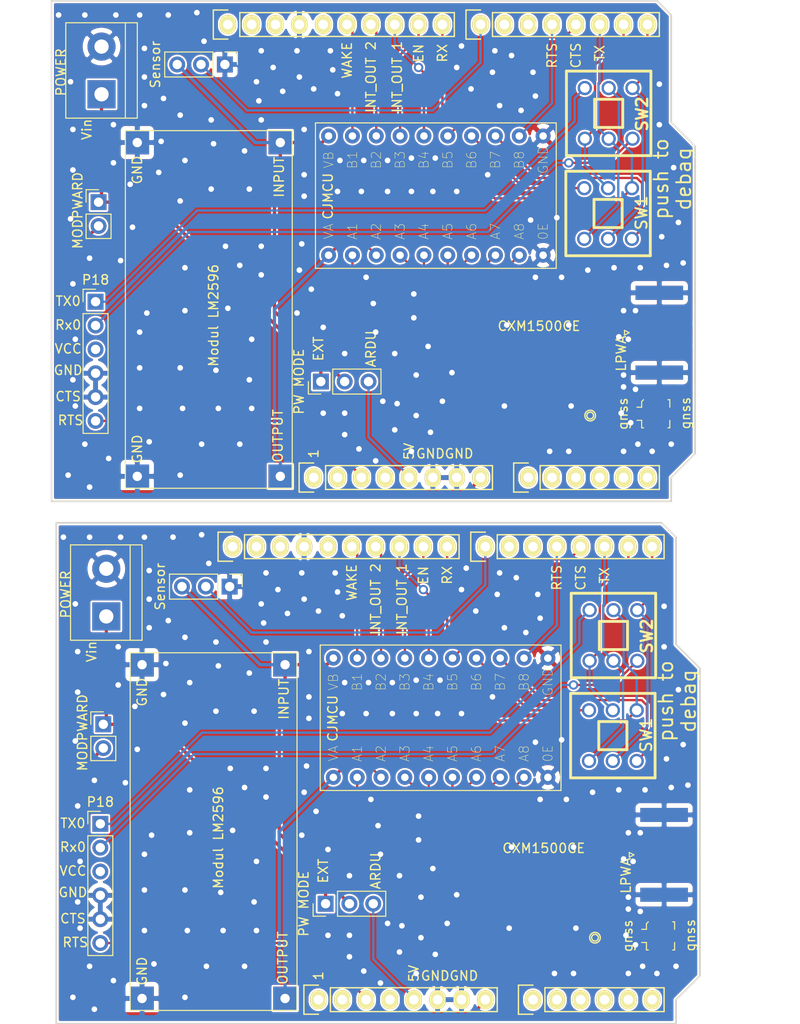
<source format=kicad_pcb>
(kicad_pcb (version 20171130) (host pcbnew "(5.1.0)-1")
  (title_block (date "lun. 30 mars 2015"))
  (layers (0 F.Cu signal) (31 B.Cu signal) (34 B.Paste user) (35 F.Paste user) (36 B.SilkS user) (37 F.SilkS user) (38 B.Mask user) (39 F.Mask user) (44 Edge.Cuts user))
  (net 0 "")
  (net 1 /IOREF)
  (net 2 /Reset)
  (net 3 +5V)
  (net 4 GND)
  (net 5 /A0)
  (net 6 /A1)
  (net 7 /A2)
  (net 8 /A3)
  (net 9 /AREF)
  (net 10 "/A4(SDA)")
  (net 11 "/A5(SCL)")
  (net 12 "/9(**)")
  (net 13 /8)
  (net 14 /7)
  (net 15 "/6(**)")
  (net 16 "/5(**)")
  (net 17 /4)
  (net 18 "/3(**)")
  (net 19 /2)
  (net 20 "/1(Tx)")
  (net 21 "/0(Rx)")
  (net 22 "/13(SCK)")
  (net 23 "Net-(P1-Pad1)")
  (net 24 +3V3)
  (net 25 "/12(MISO)")
  (net 26 "Net-(J1-Pad1)")
  (net 27 "Net-(J2-Pad1)")
  (net 28 /+2V)
  (net 29 "/11(**_MOSI)")
  (net 30 "/10(**_SS)")
  (net 31 /TX)
  (net 32 /RX)
  (net 33 "Net-(TXS0108E-8_1-Pad2)")
  (net 34 "Net-(TXS0108E-8_1-Pad3)")
  (net 35 "Net-(TXS0108E-8_1-Pad4)")
  (net 36 "Net-(TXS0108E-8_1-Pad5)")
  (net 37 "Net-(TXS0108E-8_1-Pad6)")
  (net 38 "Net-(TXS0108E-8_1-Pad7)")
  (net 39 "Net-(TXS0108E-8_1-Pad8)")
  (net 40 "Net-(TXS0108E-8_1-Pad9)")
  (net 41 "Net-(U1-Pad38)")
  (net 42 "Net-(U1-Pad20)")
  (net 43 "Net-(U1-Pad19)")
  (net 44 "Net-(U1-Pad18)")
  (net 45 "/A5(SCL)_l")
  (net 46 "/A4(SDA)_l")
  (net 47 /RX0)
  (net 48 /TX0)
  (net 49 "Net-(U1-Pad26)")
  (net 50 "Net-(U1-Pad25)")
  (net 51 "Net-(U1-Pad47)")
  (net 52 "Net-(U1-Pad51)")
  (net 53 "Net-(U1-Pad52)")
  (net 54 "Net-(U1-Pad24)")
  (net 55 "Net-(U1-Pad23)")
  (net 56 "Net-(U1-Pad22)")
  (net 57 "Net-(U1-Pad21)")
  (net 58 "Net-(J3-Pad3)")
  (net 59 /Vext)
  (net 60 "Net-(J5-Pad2)")
  (net 61 "Net-(P18-Pad3)")
  (module Socket_Arduino_Uno:Socket_Strip_Arduino_1x06 (layer F.Cu) (at 71.12 67.945)
    (fp_text reference P2 hide)
    (fp_text value Analog)
    (pad 6 thru_hole oval (at 12.7 0) (size 1.7272 2.032) (drill 1.016) (layers *.Cu *.Mask F.SilkS) (net 11 "/A5(SCL)"))
    (pad 5 thru_hole oval (at 10.16 0) (size 1.7272 2.032) (drill 1.016) (layers *.Cu *.Mask F.SilkS) (net 10 "/A4(SDA)"))
    (pad 4 thru_hole oval (at 7.62 0) (size 1.7272 2.032) (drill 1.016) (layers *.Cu *.Mask F.SilkS) (net 8 /A3))
    (pad 3 thru_hole oval (at 5.08 0) (size 1.7272 2.032) (drill 1.016) (layers *.Cu *.Mask F.SilkS) (net 7 /A2))
    (pad 2 thru_hole oval (at 2.54 0) (size 1.7272 2.032) (drill 1.016) (layers *.Cu *.Mask F.SilkS) (net 6 /A1))
    (pad 1 thru_hole oval (at 0 0) (size 1.7272 2.032) (drill 1.016) (layers *.Cu *.Mask F.SilkS) (net 5 /A0))
  )
  (module Socket_Arduino_Uno:Socket_Strip_Arduino_1x08 (layer F.Cu) (at 48.26 67.945)
    (fp_text reference P1 hide)
    (fp_text value Power)
    (fp_text user 5V (at 10.16 -2.794 90) (layer F.SilkS))
    (fp_text user GND (at 12.446 -2.54 180) (layer F.SilkS))
    (fp_text user GND (at 15.494 -2.54) (layer F.SilkS))
    (pad 1 thru_hole oval (at 0 0) (size 1.7272 2.032) (drill 1.016) (layers *.Cu *.Mask F.SilkS) (net 23 "Net-(P1-Pad1)"))
    (pad 2 thru_hole oval (at 2.54 0) (size 1.7272 2.032) (drill 1.016) (layers *.Cu *.Mask F.SilkS) (net 1 /IOREF))
    (pad 3 thru_hole oval (at 5.08 0) (size 1.7272 2.032) (drill 1.016) (layers *.Cu *.Mask F.SilkS) (net 2 /Reset))
    (pad 4 thru_hole oval (at 7.62 0) (size 1.7272 2.032) (drill 1.016) (layers *.Cu *.Mask F.SilkS) (net 24 +3V3))
    (pad 5 thru_hole oval (at 10.16 0) (size 1.7272 2.032) (drill 1.016) (layers *.Cu *.Mask F.SilkS) (net 58 "Net-(J3-Pad3)"))
    (pad 6 thru_hole oval (at 12.7 0) (size 1.7272 2.032) (drill 1.016) (layers *.Cu *.Mask F.SilkS) (net 4 GND))
    (pad 7 thru_hole oval (at 15.24 0) (size 1.7272 2.032) (drill 1.016) (layers *.Cu *.Mask F.SilkS) (net 4 GND))
    (pad 8 thru_hole oval (at 17.78 0) (size 1.7272 2.032) (drill 1.016) (layers *.Cu *.Mask F.SilkS) (net 60 "Net-(J5-Pad2)"))
  )
  (module Connector_Coaxial:U.FL_Molex_MCRF_73412-0110_Vertical (layer F.Cu) (at 84.709 61.1505 270)
    (fp_text reference gnss (at -0.0635 -3.175 270) (layer F.SilkS))
    (fp_text value SMA)
    (fp_text user %R (at 0 3.5 270) (layer F.SilkS))
    (pad 1 smd rect (at 0 1.5 270) (size 1 1) (layers F.Cu F.Paste F.Mask) (net 26 "Net-(J1-Pad1)"))
    (pad 2 smd rect (at 0 -1.5 270) (size 1 1) (layers F.Cu F.Paste F.Mask) (net 4 GND))
    (pad 2 smd rect (at 1.475 0 270) (size 1.05 2.2) (layers F.Cu F.Paste F.Mask) (net 4 GND))
    (pad 2 smd rect (at -1.475 0 270) (size 1.05 2.2) (layers F.Cu F.Paste F.Mask) (net 4 GND))
  )
  (module Connector_Coaxial:SMA_Amphenol_132289_EdgeMount (layer F.Cu) (at 85.09 52.5145)
    (fp_text reference LPWA (at -4.064 2.2225 90) (layer F.SilkS))
    (fp_text value SMA)
    (pad 1 smd rect (at 0 0 90) (size 1.5 5.08) (layers F.Cu F.Paste F.Mask) (net 27 "Net-(J2-Pad1)"))
    (pad 2 smd rect (at 0 -4.25 90) (size 1.5 5.08) (layers F.Cu F.Paste F.Mask) (net 4 GND))
    (pad 2 smd rect (at 0 4.25 90) (size 1.5 5.08) (layers F.Cu F.Paste F.Mask) (net 4 GND))
    (pad 2 smd rect (at 0 -4.25 90) (size 1.5 5.08) (layers B.Cu B.Paste B.Mask) (net 4 GND))
    (pad 2 smd rect (at 0 4.25 90) (size 1.5 5.08) (layers B.Cu B.Paste B.Mask) (net 4 GND))
  )
  (module modul:modul_lvl_dc-dc_lm2596 (layer F.Cu) (at 38.354 36.068 270)
    (fp_text reference LM2596_1 hide)
    (fp_text value modul_dc-dc_lm2596 hide)
    (fp_text user "Modul LM2596" (at 14.605 0.762 270) (layer F.SilkS))
    (fp_text user INPUT (at -0.127 -6.223 270) (layer F.SilkS))
    (fp_text user GND (at -0.889 8.89 270) (layer F.SilkS))
    (fp_text user GND (at 28.829 8.89 270) (layer F.SilkS))
    (fp_text user OUTPUT (at 27.432 -6.096 270) (layer F.SilkS))
    (pad 1 thru_hole rect (at -3.81 -6.35 270) (size 2.524 2.524) (drill 1) (layers *.Cu *.Mask) (net 3 +5V))
    (pad 2 thru_hole rect (at -3.81 8.89 270) (size 2.524 2.524) (drill 1) (layers *.Cu *.Mask) (net 4 GND))
    (pad 3 thru_hole rect (at 31.75 -6.35 270) (size 2.524 2.524) (drill 1) (layers *.Cu *.Mask) (net 28 /+2V))
    (pad 4 thru_hole rect (at 31.75 8.89 270) (size 2.524 2.524) (drill 1) (layers *.Cu *.Mask) (net 4 GND))
  )
  (module modul:modul_lvl_conveter_cjmcu (layer F.Cu) (at 49.8475 44.2595 90)
    (fp_text reference CJMCU (at 6.2865 -0.0635 90) (layer F.SilkS))
    (fp_text value modul_lvl-conveter_cjmcu hide)
    (fp_text user VA (at 2.54 0 90) (layer F.SilkS) (effects (font (thickness 0.05))))
    (fp_text user A1 (at 2.54 2.54 90) (layer F.SilkS) (effects (font (thickness 0.05))))
    (fp_text user A2 (at 2.54 5.08 90) (layer F.SilkS) (effects (font (thickness 0.05))))
    (fp_text user A3 (at 2.54 7.62 90) (layer F.SilkS) (effects (font (thickness 0.05))))
    (fp_text user A4 (at 2.54 10.16 90) (layer F.SilkS) (effects (font (thickness 0.05))))
    (fp_text user A5 (at 2.54 12.7 90) (layer F.SilkS) (effects (font (thickness 0.05))))
    (fp_text user A6 (at 2.54 15.24 90) (layer F.SilkS) (effects (font (thickness 0.05))))
    (fp_text user A7 (at 2.54 17.78 90) (layer F.SilkS) (effects (font (thickness 0.05))))
    (fp_text user A8 (at 2.54 20.32 90) (layer F.SilkS) (effects (font (thickness 0.05))))
    (fp_text user 0E (at 2.54 22.86 90) (layer F.SilkS) (effects (font (thickness 0.05))))
    (fp_text user GND (at 10.16 22.86 90) (layer F.SilkS) (effects (font (thickness 0.05))))
    (fp_text user B8 (at 10.16 20.32 90) (layer F.SilkS) (effects (font (thickness 0.05))))
    (fp_text user B7 (at 10.16 17.78 90) (layer F.SilkS) (effects (font (thickness 0.05))))
    (fp_text user B6 (at 10.16 15.24 90) (layer F.SilkS) (effects (font (thickness 0.05))))
    (fp_text user B5 (at 10.16 12.7 90) (layer F.SilkS) (effects (font (thickness 0.05))))
    (fp_text user B4 (at 10.16 10.16 90) (layer F.SilkS) (effects (font (thickness 0.05))))
    (fp_text user B3 (at 10.16 7.62 90) (layer F.SilkS) (effects (font (thickness 0.05))))
    (fp_text user B2 (at 10.16 5.08 90) (layer F.SilkS) (effects (font (thickness 0.05))))
    (fp_text user B1 (at 10.16 2.54 90) (layer F.SilkS) (effects (font (thickness 0.05))))
    (fp_text user VB (at 10.16 0 90) (layer F.SilkS) (effects (font (thickness 0.05))))
    (pad 20 thru_hole circle (at 12.7 0 90) (size 1.6 1.6) (drill 0.8) (layers *.Cu *.Mask) (net 3 +5V))
    (pad 19 thru_hole circle (at 12.7 2.54 90) (size 1.6 1.6) (drill 0.8) (layers *.Cu *.Mask) (net 25 "/12(MISO)"))
    (pad 18 thru_hole circle (at 12.7 5.08 90) (size 1.6 1.6) (drill 0.8) (layers *.Cu *.Mask) (net 29 "/11(**_MOSI)"))
    (pad 17 thru_hole circle (at 12.7 7.62 90) (size 1.6 1.6) (drill 0.8) (layers *.Cu *.Mask) (net 12 "/9(**)"))
    (pad 16 thru_hole circle (at 12.7 10.16 90) (size 1.6 1.6) (drill 0.8) (layers *.Cu *.Mask) (net 30 "/10(**_SS)"))
    (pad 15 thru_hole circle (at 12.7 12.7 90) (size 1.6 1.6) (drill 0.8) (layers *.Cu *.Mask) (net 18 "/3(**)"))
    (pad 14 thru_hole circle (at 12.7 15.24 90) (size 1.6 1.6) (drill 0.8) (layers *.Cu *.Mask) (net 32 /RX))
    (pad 13 thru_hole circle (at 12.7 17.78 90) (size 1.6 1.6) (drill 0.8) (layers *.Cu *.Mask) (net 31 /TX))
    (pad 12 thru_hole circle (at 12.7 20.32 90) (size 1.6 1.6) (drill 0.8) (layers *.Cu *.Mask) (net 17 /4))
    (pad 11 thru_hole circle (at 12.7 22.86 90) (size 1.6 1.6) (drill 0.8) (layers *.Cu *.Mask) (net 4 GND))
    (pad 10 thru_hole circle (at 0 22.86 90) (size 1.6 1.6) (drill 0.8) (layers *.Cu *.Mask) (net 4 GND))
    (pad 9 thru_hole circle (at 0 20.32 90) (size 1.6 1.6) (drill 0.8) (layers *.Cu *.Mask) (net 40 "Net-(TXS0108E-8_1-Pad9)"))
    (pad 8 thru_hole circle (at 0 17.78 90) (size 1.6 1.6) (drill 0.8) (layers *.Cu *.Mask) (net 39 "Net-(TXS0108E-8_1-Pad8)"))
    (pad 7 thru_hole circle (at 0 15.24 90) (size 1.6 1.6) (drill 0.8) (layers *.Cu *.Mask) (net 38 "Net-(TXS0108E-8_1-Pad7)"))
    (pad 6 thru_hole circle (at 0 12.7 90) (size 1.6 1.6) (drill 0.8) (layers *.Cu *.Mask) (net 37 "Net-(TXS0108E-8_1-Pad6)"))
    (pad 5 thru_hole circle (at 0 10.16 90) (size 1.6 1.6) (drill 0.8) (layers *.Cu *.Mask) (net 36 "Net-(TXS0108E-8_1-Pad5)"))
    (pad 4 thru_hole circle (at 0 7.62 90) (size 1.6 1.6) (drill 0.8) (layers *.Cu *.Mask) (net 35 "Net-(TXS0108E-8_1-Pad4)"))
    (pad 3 thru_hole circle (at 0 5.08 90) (size 1.6 1.6) (drill 0.8) (layers *.Cu *.Mask) (net 34 "Net-(TXS0108E-8_1-Pad3)"))
    (pad 2 thru_hole circle (at 0 2.54 90) (size 1.6 1.6) (drill 0.8) (layers *.Cu *.Mask) (net 33 "Net-(TXS0108E-8_1-Pad2)"))
    (pad 1 thru_hole circle (at 0 0 90) (size 1.6 1.6) (drill 0.8) (layers *.Cu *.Mask) (net 28 /+2V))
  )
  (module Socket_Arduino_Uno:Socket_Strip_Arduino_1x08 (layer F.Cu) (at 66.04 19.685)
    (fp_text reference P4 hide)
    (fp_text value Digital hide)
    (fp_text user TX (at 12.7 3.048 90) (layer F.SilkS))
    (fp_text user CTS (at 10.16 3.302 90) (layer F.SilkS))
    (fp_text user RTS (at 7.62 3.302 90) (layer F.SilkS))
    (pad 1 thru_hole oval (at 0 0) (size 1.7272 2.032) (drill 1.016) (layers *.Cu *.Mask F.SilkS) (net 14 /7))
    (pad 2 thru_hole oval (at 2.54 0) (size 1.7272 2.032) (drill 1.016) (layers *.Cu *.Mask F.SilkS) (net 15 "/6(**)"))
    (pad 3 thru_hole oval (at 5.08 0) (size 1.7272 2.032) (drill 1.016) (layers *.Cu *.Mask F.SilkS) (net 16 "/5(**)"))
    (pad 4 thru_hole oval (at 7.62 0) (size 1.7272 2.032) (drill 1.016) (layers *.Cu *.Mask F.SilkS) (net 17 /4))
    (pad 5 thru_hole oval (at 10.16 0) (size 1.7272 2.032) (drill 1.016) (layers *.Cu *.Mask F.SilkS) (net 18 "/3(**)"))
    (pad 6 thru_hole oval (at 12.7 0) (size 1.7272 2.032) (drill 1.016) (layers *.Cu *.Mask F.SilkS) (net 19 /2))
    (pad 7 thru_hole oval (at 15.24 0) (size 1.7272 2.032) (drill 1.016) (layers *.Cu *.Mask F.SilkS) (net 20 "/1(Tx)"))
    (pad 8 thru_hole oval (at 17.78 0) (size 1.7272 2.032) (drill 1.016) (layers *.Cu *.Mask F.SilkS) (net 21 "/0(Rx)"))
  )
  (module Socket_Arduino_Uno:Socket_Strip_Arduino_1x10 (layer F.Cu) (at 39.116 19.685)
    (fp_text reference P3 hide)
    (fp_text value Digital hide)
    (fp_text user RX (at 22.86 3.048 90) (layer F.SilkS))
    (fp_text user "INT_OUT 1" (at 18.034 5.588 90) (layer F.SilkS))
    (fp_text user WAKE (at 12.7 3.81 90) (layer F.SilkS))
    (fp_text user EN (at 20.32 3.048 90) (layer F.SilkS))
    (fp_text user "INT_OUT 2" (at 15.24 5.588 90) (layer F.SilkS))
    (pad 10 thru_hole oval (at 22.86 0) (size 1.7272 2.032) (drill 1.016) (layers *.Cu *.Mask F.SilkS) (net 13 /8))
    (pad 9 thru_hole oval (at 20.32 0) (size 1.7272 2.032) (drill 1.016) (layers *.Cu *.Mask F.SilkS) (net 12 "/9(**)"))
    (pad 8 thru_hole oval (at 17.78 0) (size 1.7272 2.032) (drill 1.016) (layers *.Cu *.Mask F.SilkS) (net 30 "/10(**_SS)"))
    (pad 7 thru_hole oval (at 15.24 0) (size 1.7272 2.032) (drill 1.016) (layers *.Cu *.Mask F.SilkS) (net 29 "/11(**_MOSI)"))
    (pad 6 thru_hole oval (at 12.7 0) (size 1.7272 2.032) (drill 1.016) (layers *.Cu *.Mask F.SilkS) (net 25 "/12(MISO)"))
    (pad 5 thru_hole oval (at 10.16 0) (size 1.7272 2.032) (drill 1.016) (layers *.Cu *.Mask F.SilkS) (net 22 "/13(SCK)"))
    (pad 4 thru_hole oval (at 7.62 0) (size 1.7272 2.032) (drill 1.016) (layers *.Cu *.Mask F.SilkS) (net 4 GND))
    (pad 3 thru_hole oval (at 5.08 0) (size 1.7272 2.032) (drill 1.016) (layers *.Cu *.Mask F.SilkS) (net 9 /AREF))
    (pad 2 thru_hole oval (at 2.54 0) (size 1.7272 2.032) (drill 1.016) (layers *.Cu *.Mask F.SilkS) (net 46 "/A4(SDA)_l"))
    (pad 1 thru_hole oval (at 0 0) (size 1.7272 2.032) (drill 1.016) (layers *.Cu *.Mask F.SilkS) (net 45 "/A5(SCL)_l"))
  )
  (module Switches:Switch_DPDT_6p_TH (layer F.Cu) (at 79.629 39.8145 270)
    (fp_text reference SW1 (at -0.0635 -3.556 90) (layer F.SilkS) (effects (font (size 1.2 1.2) (thickness 0.2))))
    (fp_text value SWITCH-DPDT hide)
    (pad 5 thru_hole circle (at 2.7 0 270) (size 1.524 1.524) (drill 1.016) (layers *.Cu *.Mask) (net 21 "/0(Rx)"))
    (pad 2 thru_hole circle (at -2.7 0 270) (size 1.524 1.524) (drill 1.016) (layers *.Cu *.Mask) (net 20 "/1(Tx)"))
    (pad 3 thru_hole circle (at -2.7 2.54 270) (size 1.524 1.524) (drill 1.016) (layers *.Cu *.Mask) (net 32 /RX))
    (pad 1 thru_hole circle (at -2.7 -2.54 270) (size 1.524 1.524) (drill 1.016) (layers *.Cu *.Mask) (net 13 /8))
    (pad 6 thru_hole circle (at 2.7 2.54 270) (size 1.524 1.524) (drill 1.016) (layers *.Cu *.Mask) (net 19 /2))
    (pad 4 thru_hole circle (at 2.7 -2.54 270) (size 1.524 1.524) (drill 1.016) (layers *.Cu *.Mask) (net 31 /TX))
  )
  (module Connector_PinHeader_2.54mm:PinHeader_1x06_P2.54mm_Vertical (layer F.Cu) (at 25.019 49.2125)
    (fp_text reference P18 (at 0 -2.33) (layer F.SilkS))
    (fp_text value "PIN FTDI" hide)
    (fp_text user GND (at -2.921 7.3025) (layer F.SilkS))
    (fp_text user CTS (at -2.921 10.0965) (layer F.SilkS))
    (fp_text user RTS (at -2.667 12.6365) (layer F.SilkS))
    (fp_text user VCC (at -2.921 5.0165) (layer F.SilkS))
    (fp_text user Rx0 (at -2.921 2.4765) (layer F.SilkS))
    (fp_text user TX0 (at -2.921 -0.0635) (layer F.SilkS))
    (pad 1 thru_hole rect (at 0 0) (size 1.7 1.7) (drill 1) (layers *.Cu *.Mask) (net 48 /TX0))
    (pad 2 thru_hole oval (at 0 2.54) (size 1.7 1.7) (drill 1) (layers *.Cu *.Mask) (net 47 /RX0))
    (pad 3 thru_hole oval (at 0 5.08) (size 1.7 1.7) (drill 1) (layers *.Cu *.Mask) (net 61 "Net-(P18-Pad3)"))
    (pad 4 thru_hole oval (at 0 7.62) (size 1.7 1.7) (drill 1) (layers *.Cu *.Mask) (net 4 GND))
    (pad 5 thru_hole oval (at 0 10.16) (size 1.7 1.7) (drill 1) (layers *.Cu *.Mask) (net 4 GND))
    (pad 6 thru_hole oval (at 0 12.7) (size 1.7 1.7) (drill 1) (layers *.Cu *.Mask) (net 2 /Reset))
  )
  (module Connector_PinHeader_2.54mm:PinHeader_1x03_P2.54mm_Vertical (layer F.Cu) (at 38.7985 23.9395 270)
    (fp_text reference P90 hide)
    (fp_text value Sensor (at 0 7.41 270) (layer F.SilkS))
    (pad 1 thru_hole rect (at 0 0 270) (size 1.7 1.7) (drill 1) (layers *.Cu *.Mask) (net 4 GND))
    (pad 2 thru_hole oval (at 0 2.54 270) (size 1.7 1.7) (drill 1) (layers *.Cu *.Mask) (net 14 /7))
    (pad 3 thru_hole oval (at 0 5.08 270) (size 1.7 1.7) (drill 1) (layers *.Cu *.Mask) (net 3 +5V))
  )
  (module Switches:Switch_DPDT_6p_TH (layer F.Cu) (at 79.6925 29.1465 270)
    (fp_text reference SW2 (at 0.0635 -3.556 270) (layer F.SilkS) (effects (font (size 1.2 1.2) (thickness 0.25))))
    (fp_text value SWITCH-DPDT hide)
    (pad 4 thru_hole circle (at 2.7 -2.54 270) (size 1.524 1.524) (drill 1.016) (layers *.Cu *.Mask) (net 47 /RX0))
    (pad 6 thru_hole circle (at 2.7 2.54 270) (size 1.524 1.524) (drill 1.016) (layers *.Cu *.Mask) (net 20 "/1(Tx)"))
    (pad 1 thru_hole circle (at -2.7 -2.54 270) (size 1.524 1.524) (drill 1.016) (layers *.Cu *.Mask) (net 21 "/0(Rx)"))
    (pad 3 thru_hole circle (at -2.7 2.54 270) (size 1.524 1.524) (drill 1.016) (layers *.Cu *.Mask) (net 48 /TX0))
    (pad 2 thru_hole circle (at -2.7 0 270) (size 1.524 1.524) (drill 1.016) (layers *.Cu *.Mask) (net 13 /8))
    (pad 5 thru_hole circle (at 2.7 0 270) (size 1.524 1.524) (drill 1.016) (layers *.Cu *.Mask) (net 19 /2))
  )
  (module modul:_CXM1501GE (layer F.Cu) (at 80.01 48.387 270)
    (fp_text reference U1 hide)
    (fp_text value CXM1500GE (at 3.429 7.747) (layer F.SilkS))
    (pad 44 smd rect (at 14.6 13.9 270) (size 1 0.55) (layers F.Cu F.Paste F.Mask) (net 4 GND))
    (pad 45 smd rect (at 14.6 12.9 270) (size 1 0.55) (layers F.Cu F.Paste F.Mask) (net 4 GND))
    (pad 46 smd rect (at 14.6 11.9 270) (size 1 0.55) (layers F.Cu F.Paste F.Mask) (net 4 GND))
    (pad 47 smd rect (at 14.6 10.9 270) (size 1 0.55) (layers F.Cu F.Paste F.Mask) (net 51 "Net-(U1-Pad47)"))
    (pad 42 smd rect (at 13.3 15.2 270) (size 0.5 1) (layers F.Cu F.Paste F.Mask) (net 4 GND))
    (pad 41 smd rect (at 12.3 15.2 270) (size 0.5 1) (layers F.Cu F.Paste F.Mask) (net 4 GND))
    (pad 40 smd rect (at 11.3 15.2 270) (size 0.5 1) (layers F.Cu F.Paste F.Mask) (net 28 /+2V))
    (pad 39 smd rect (at 10.3 15.2 270) (size 0.5 1) (layers F.Cu F.Paste F.Mask) (net 41 "Net-(U1-Pad38)"))
    (pad 15 smd rect (at 0 0.6 270) (size 1.2 1.2) (layers F.Cu F.Paste F.Mask) (net 4 GND))
    (pad 29 smd rect (at 0 15.2 270) (size 1.2 1.2) (layers F.Cu F.Paste F.Mask) (net 4 GND))
    (pad 1 smd rect (at 14.6 0.6 270) (size 1.2 1.2) (layers F.Cu F.Paste F.Mask) (net 4 GND))
    (pad 43 smd rect (at 14.6 15.2 270) (size 1.2 1.2) (layers F.Cu F.Paste F.Mask) (net 4 GND))
    (pad 57 smd rect (at 7.6 8 270) (size 4 4) (layers F.Cu F.Paste F.Mask) (net 4 GND))
    (pad 16 smd rect (at 0 1.9 270) (size 1 0.5) (layers F.Cu F.Paste F.Mask) (net 4 GND))
    (pad 17 smd rect (at 0 2.9 270) (size 1 0.5) (layers F.Cu F.Paste F.Mask) (net 4 GND))
    (pad 18 smd rect (at 0 3.9 270) (size 1 0.5) (layers F.Cu F.Paste F.Mask) (net 44 "Net-(U1-Pad18)"))
    (pad 19 smd rect (at 0 4.9 270) (size 1 0.5) (layers F.Cu F.Paste F.Mask) (net 43 "Net-(U1-Pad19)"))
    (pad 20 smd rect (at 0 5.9 270) (size 1 0.5) (layers F.Cu F.Paste F.Mask) (net 42 "Net-(U1-Pad20)"))
    (pad 21 smd rect (at 0 6.9 270) (size 1 0.5) (layers F.Cu F.Paste F.Mask) (net 57 "Net-(U1-Pad21)"))
    (pad 22 smd rect (at 0 7.9 270) (size 1 0.5) (layers F.Cu F.Paste F.Mask) (net 56 "Net-(U1-Pad22)"))
    (pad 23 smd rect (at 0 8.9 270) (size 1 0.5) (layers F.Cu F.Paste F.Mask) (net 55 "Net-(U1-Pad23)"))
    (pad 24 smd rect (at 0 9.9 270) (size 1 0.5) (layers F.Cu F.Paste F.Mask) (net 54 "Net-(U1-Pad24)"))
    (pad 14 smd rect (at 1.3 0.6 270) (size 0.5 1) (layers F.Cu F.Paste F.Mask) (net 4 GND))
    (pad 13 smd rect (at 2.3 0.6 270) (size 0.5 1) (layers F.Cu F.Paste F.Mask) (net 4 GND))
    (pad 12 smd rect (at 3.3 0.6 270) (size 0.5 1) (layers F.Cu F.Paste F.Mask) (net 27 "Net-(J2-Pad1)"))
    (pad 11 smd rect (at 4.3 0.6 270) (size 0.5 1) (layers F.Cu F.Paste F.Mask) (net 4 GND))
    (pad 10 smd rect (at 5.3 0.6 270) (size 0.5 1) (layers F.Cu F.Paste F.Mask) (net 4 GND))
    (pad 9 smd rect (at 6.3 0.6 270) (size 0.5 1) (layers F.Cu F.Paste F.Mask) (net 4 GND))
    (pad 8 smd rect (at 7.3 0.6 270) (size 0.5 1) (layers F.Cu F.Paste F.Mask) (net 4 GND))
    (pad 7 smd rect (at 8.3 0.6 270) (size 0.5 1) (layers F.Cu F.Paste F.Mask) (net 4 GND))
    (pad 6 smd rect (at 9.3 0.6 270) (size 0.5 1) (layers F.Cu F.Paste F.Mask) (net 4 GND))
    (pad 56 smd rect (at 14.6 1.9 270) (size 1 0.55) (layers F.Cu F.Paste F.Mask) (net 4 GND))
    (pad 55 smd rect (at 14.6 2.9 270) (size 1 0.55) (layers F.Cu F.Paste F.Mask) (net 4 GND))
    (pad 54 smd rect (at 14.6 3.9 270) (size 1 0.55) (layers F.Cu F.Paste F.Mask) (net 4 GND))
    (pad 53 smd rect (at 14.6 4.9 270) (size 1 0.55) (layers F.Cu F.Paste F.Mask) (net 4 GND))
    (pad 52 smd rect (at 14.6 5.9 270) (size 1 0.55) (layers F.Cu F.Paste F.Mask) (net 53 "Net-(U1-Pad52)"))
    (pad 51 smd rect (at 14.6 6.9 270) (size 1 0.55) (layers F.Cu F.Paste F.Mask) (net 52 "Net-(U1-Pad51)"))
    (pad 50 smd rect (at 14.6 7.9 270) (size 1 0.55) (layers F.Cu F.Paste F.Mask) (net 34 "Net-(TXS0108E-8_1-Pad3)"))
    (pad 49 smd rect (at 14.6 8.9 270) (size 1 0.55) (layers F.Cu F.Paste F.Mask) (net 33 "Net-(TXS0108E-8_1-Pad2)"))
    (pad 48 smd rect (at 14.6 9.9 270) (size 1 0.55) (layers F.Cu F.Paste F.Mask) (net 51 "Net-(U1-Pad47)"))
    (pad 30 smd rect (at 1.3 15.2 270) (size 0.5 1) (layers F.Cu F.Paste F.Mask) (net 4 GND))
    (pad 31 smd rect (at 2.3 15.2 270) (size 0.5 1) (layers F.Cu F.Paste F.Mask) (net 4 GND))
    (pad 32 smd rect (at 3.3 15.2 270) (size 0.5 1) (layers F.Cu F.Paste F.Mask) (net 40 "Net-(TXS0108E-8_1-Pad9)"))
    (pad 33 smd rect (at 4.3 15.2 270) (size 0.5 1) (layers F.Cu F.Paste F.Mask) (net 39 "Net-(TXS0108E-8_1-Pad8)"))
    (pad 34 smd rect (at 5.3 15.2 270) (size 0.5 1) (layers F.Cu F.Paste F.Mask) (net 38 "Net-(TXS0108E-8_1-Pad7)"))
    (pad 35 smd rect (at 6.3 15.2 270) (size 0.5 1) (layers F.Cu F.Paste F.Mask) (net 37 "Net-(TXS0108E-8_1-Pad6)"))
    (pad 36 smd rect (at 7.3 15.2 270) (size 0.5 1) (layers F.Cu F.Paste F.Mask) (net 36 "Net-(TXS0108E-8_1-Pad5)"))
    (pad 37 smd rect (at 8.3 15.2 270) (size 0.5 1) (layers F.Cu F.Paste F.Mask) (net 35 "Net-(TXS0108E-8_1-Pad4)"))
    (pad 38 smd rect (at 9.3 15.2 270) (size 0.5 1) (layers F.Cu F.Paste F.Mask) (net 41 "Net-(U1-Pad38)"))
    (pad 5 smd rect (at 10.3 0.6 270) (size 0.5 1) (layers F.Cu F.Paste F.Mask) (net 4 GND))
    (pad 4 smd rect (at 11.3 0.6 270) (size 0.5 1) (layers F.Cu F.Paste F.Mask) (net 26 "Net-(J1-Pad1)"))
    (pad 3 smd rect (at 12.3 0.6 270) (size 0.5 1) (layers F.Cu F.Paste F.Mask) (net 4 GND))
    (pad 2 smd rect (at 13.3 0.6 270) (size 0.5 1) (layers F.Cu F.Paste F.Mask) (net 4 GND))
    (pad 25 smd rect (at 0 10.9 270) (size 1 0.5) (layers F.Cu F.Paste F.Mask) (net 50 "Net-(U1-Pad25)"))
    (pad 26 smd rect (at 0 11.9 270) (size 1 0.5) (layers F.Cu F.Paste F.Mask) (net 49 "Net-(U1-Pad26)"))
    (pad 27 smd rect (at 0 12.9 270) (size 1 0.5) (layers F.Cu F.Paste F.Mask) (net 4 GND))
    (pad 28 smd rect (at 0 13.9 270) (size 1 0.5) (layers F.Cu F.Paste F.Mask) (net 4 GND))
  )
  (module TerminalBlock:TerminalBlock_bornier-2_P5.08mm (layer F.Cu) (at 25.654 27.1145 90)
    (fp_text reference POWER (at 2.3495 -4.318 90) (layer F.SilkS))
    (fp_text value Screw_Terminal_01x03)
    (pad 1 thru_hole rect (at 0 0 90) (size 3 3) (drill 1.52) (layers *.Cu *.Mask) (net 59 /Vext))
    (pad 2 thru_hole circle (at 5.08 0 90) (size 3 3) (drill 1.52) (layers *.Cu *.Mask) (net 4 GND))
  )
  (module Connector_PinHeader_2.54mm:PinHeader_1x03_P2.54mm_Vertical (layer F.Cu) (at 49.022 57.7215 90)
    (fp_text reference "PW MODE" (at 0 -2.33 90) (layer F.SilkS))
    (fp_text value con_pwr_ardu)
    (fp_text user ARDU (at 3.4925 5.334 90) (layer F.SilkS))
    (fp_text user EXT (at 3.4925 -0.254 90) (layer F.SilkS))
    (pad 1 thru_hole rect (at 0 0 90) (size 1.7 1.7) (drill 1) (layers *.Cu *.Mask) (net 59 /Vext))
    (pad 2 thru_hole oval (at 0 2.54 90) (size 1.7 1.7) (drill 1) (layers *.Cu *.Mask) (net 3 +5V))
    (pad 3 thru_hole oval (at 0 5.08 90) (size 1.7 1.7) (drill 1) (layers *.Cu *.Mask) (net 58 "Net-(J3-Pad3)"))
  )
  (module Connector_PinHeader_2.54mm:PinHeader_1x02_P2.54mm_Vertical (layer F.Cu) (at 25.3365 38.608)
    (fp_text reference MODPWARD (at -2.2225 0.889 90) (layer F.SilkS))
    (fp_text value Conn_01x02_Male)
    (pad 1 thru_hole rect (at 0 0) (size 1.7 1.7) (drill 1) (layers *.Cu *.Mask) (net 59 /Vext))
    (pad 2 thru_hole oval (at 0 2.54) (size 1.7 1.7) (drill 1) (layers *.Cu *.Mask) (net 60 "Net-(J5-Pad2)"))
  )
  (module Connector_PinHeader_2.54mm:PinHeader_1x02_P2.54mm_Vertical (layer F.Cu) (at 25.8445 94.234)
    (fp_text reference MODPWARD (at -2.2225 0.889 90) (layer F.SilkS))
    (fp_text value Conn_01x02_Male)
    (pad 2 thru_hole oval (at 0 2.54) (size 1.7 1.7) (drill 1) (layers *.Cu *.Mask) (net 60 "Net-(J5-Pad2)"))
    (pad 1 thru_hole rect (at 0 0) (size 1.7 1.7) (drill 1) (layers *.Cu *.Mask) (net 59 /Vext))
  )
  (module Connector_PinHeader_2.54mm:PinHeader_1x03_P2.54mm_Vertical (layer F.Cu) (at 49.53 113.3475 90)
    (fp_text reference "PW MODE" (at 0 -2.33 90) (layer F.SilkS))
    (fp_text value con_pwr_ardu)
    (fp_text user EXT (at 3.4925 -0.254 90) (layer F.SilkS))
    (fp_text user ARDU (at 3.4925 5.334 90) (layer F.SilkS))
    (pad 3 thru_hole oval (at 0 5.08 90) (size 1.7 1.7) (drill 1) (layers *.Cu *.Mask) (net 58 "Net-(J3-Pad3)"))
    (pad 2 thru_hole oval (at 0 2.54 90) (size 1.7 1.7) (drill 1) (layers *.Cu *.Mask) (net 3 +5V))
    (pad 1 thru_hole rect (at 0 0 90) (size 1.7 1.7) (drill 1) (layers *.Cu *.Mask) (net 59 /Vext))
  )
  (module TerminalBlock:TerminalBlock_bornier-2_P5.08mm (layer F.Cu) (at 26.162 82.7405 90)
    (fp_text reference POWER (at 2.3495 -4.318 90) (layer F.SilkS))
    (fp_text value Screw_Terminal_01x03)
    (pad 2 thru_hole circle (at 5.08 0 90) (size 3 3) (drill 1.52) (layers *.Cu *.Mask) (net 4 GND))
    (pad 1 thru_hole rect (at 0 0 90) (size 3 3) (drill 1.52) (layers *.Cu *.Mask) (net 59 /Vext))
  )
  (module modul:_CXM1501GE (layer F.Cu) (at 80.518 104.013 270)
    (fp_text reference U1 hide)
    (fp_text value CXM1500GE (at 3.429 7.747) (layer F.SilkS))
    (pad 28 smd rect (at 0 13.9 270) (size 1 0.5) (layers F.Cu F.Paste F.Mask) (net 4 GND))
    (pad 27 smd rect (at 0 12.9 270) (size 1 0.5) (layers F.Cu F.Paste F.Mask) (net 4 GND))
    (pad 26 smd rect (at 0 11.9 270) (size 1 0.5) (layers F.Cu F.Paste F.Mask) (net 49 "Net-(U1-Pad26)"))
    (pad 25 smd rect (at 0 10.9 270) (size 1 0.5) (layers F.Cu F.Paste F.Mask) (net 50 "Net-(U1-Pad25)"))
    (pad 2 smd rect (at 13.3 0.6 270) (size 0.5 1) (layers F.Cu F.Paste F.Mask) (net 4 GND))
    (pad 3 smd rect (at 12.3 0.6 270) (size 0.5 1) (layers F.Cu F.Paste F.Mask) (net 4 GND))
    (pad 4 smd rect (at 11.3 0.6 270) (size 0.5 1) (layers F.Cu F.Paste F.Mask) (net 26 "Net-(J1-Pad1)"))
    (pad 5 smd rect (at 10.3 0.6 270) (size 0.5 1) (layers F.Cu F.Paste F.Mask) (net 4 GND))
    (pad 38 smd rect (at 9.3 15.2 270) (size 0.5 1) (layers F.Cu F.Paste F.Mask) (net 41 "Net-(U1-Pad38)"))
    (pad 37 smd rect (at 8.3 15.2 270) (size 0.5 1) (layers F.Cu F.Paste F.Mask) (net 35 "Net-(TXS0108E-8_1-Pad4)"))
    (pad 36 smd rect (at 7.3 15.2 270) (size 0.5 1) (layers F.Cu F.Paste F.Mask) (net 36 "Net-(TXS0108E-8_1-Pad5)"))
    (pad 35 smd rect (at 6.3 15.2 270) (size 0.5 1) (layers F.Cu F.Paste F.Mask) (net 37 "Net-(TXS0108E-8_1-Pad6)"))
    (pad 34 smd rect (at 5.3 15.2 270) (size 0.5 1) (layers F.Cu F.Paste F.Mask) (net 38 "Net-(TXS0108E-8_1-Pad7)"))
    (pad 33 smd rect (at 4.3 15.2 270) (size 0.5 1) (layers F.Cu F.Paste F.Mask) (net 39 "Net-(TXS0108E-8_1-Pad8)"))
    (pad 32 smd rect (at 3.3 15.2 270) (size 0.5 1) (layers F.Cu F.Paste F.Mask) (net 40 "Net-(TXS0108E-8_1-Pad9)"))
    (pad 31 smd rect (at 2.3 15.2 270) (size 0.5 1) (layers F.Cu F.Paste F.Mask) (net 4 GND))
    (pad 30 smd rect (at 1.3 15.2 270) (size 0.5 1) (layers F.Cu F.Paste F.Mask) (net 4 GND))
    (pad 48 smd rect (at 14.6 9.9 270) (size 1 0.55) (layers F.Cu F.Paste F.Mask) (net 51 "Net-(U1-Pad47)"))
    (pad 49 smd rect (at 14.6 8.9 270) (size 1 0.55) (layers F.Cu F.Paste F.Mask) (net 33 "Net-(TXS0108E-8_1-Pad2)"))
    (pad 50 smd rect (at 14.6 7.9 270) (size 1 0.55) (layers F.Cu F.Paste F.Mask) (net 34 "Net-(TXS0108E-8_1-Pad3)"))
    (pad 51 smd rect (at 14.6 6.9 270) (size 1 0.55) (layers F.Cu F.Paste F.Mask) (net 52 "Net-(U1-Pad51)"))
    (pad 52 smd rect (at 14.6 5.9 270) (size 1 0.55) (layers F.Cu F.Paste F.Mask) (net 53 "Net-(U1-Pad52)"))
    (pad 53 smd rect (at 14.6 4.9 270) (size 1 0.55) (layers F.Cu F.Paste F.Mask) (net 4 GND))
    (pad 54 smd rect (at 14.6 3.9 270) (size 1 0.55) (layers F.Cu F.Paste F.Mask) (net 4 GND))
    (pad 55 smd rect (at 14.6 2.9 270) (size 1 0.55) (layers F.Cu F.Paste F.Mask) (net 4 GND))
    (pad 56 smd rect (at 14.6 1.9 270) (size 1 0.55) (layers F.Cu F.Paste F.Mask) (net 4 GND))
    (pad 6 smd rect (at 9.3 0.6 270) (size 0.5 1) (layers F.Cu F.Paste F.Mask) (net 4 GND))
    (pad 7 smd rect (at 8.3 0.6 270) (size 0.5 1) (layers F.Cu F.Paste F.Mask) (net 4 GND))
    (pad 8 smd rect (at 7.3 0.6 270) (size 0.5 1) (layers F.Cu F.Paste F.Mask) (net 4 GND))
    (pad 9 smd rect (at 6.3 0.6 270) (size 0.5 1) (layers F.Cu F.Paste F.Mask) (net 4 GND))
    (pad 10 smd rect (at 5.3 0.6 270) (size 0.5 1) (layers F.Cu F.Paste F.Mask) (net 4 GND))
    (pad 11 smd rect (at 4.3 0.6 270) (size 0.5 1) (layers F.Cu F.Paste F.Mask) (net 4 GND))
    (pad 12 smd rect (at 3.3 0.6 270) (size 0.5 1) (layers F.Cu F.Paste F.Mask) (net 27 "Net-(J2-Pad1)"))
    (pad 13 smd rect (at 2.3 0.6 270) (size 0.5 1) (layers F.Cu F.Paste F.Mask) (net 4 GND))
    (pad 14 smd rect (at 1.3 0.6 270) (size 0.5 1) (layers F.Cu F.Paste F.Mask) (net 4 GND))
    (pad 24 smd rect (at 0 9.9 270) (size 1 0.5) (layers F.Cu F.Paste F.Mask) (net 54 "Net-(U1-Pad24)"))
    (pad 23 smd rect (at 0 8.9 270) (size 1 0.5) (layers F.Cu F.Paste F.Mask) (net 55 "Net-(U1-Pad23)"))
    (pad 22 smd rect (at 0 7.9 270) (size 1 0.5) (layers F.Cu F.Paste F.Mask) (net 56 "Net-(U1-Pad22)"))
    (pad 21 smd rect (at 0 6.9 270) (size 1 0.5) (layers F.Cu F.Paste F.Mask) (net 57 "Net-(U1-Pad21)"))
    (pad 20 smd rect (at 0 5.9 270) (size 1 0.5) (layers F.Cu F.Paste F.Mask) (net 42 "Net-(U1-Pad20)"))
    (pad 19 smd rect (at 0 4.9 270) (size 1 0.5) (layers F.Cu F.Paste F.Mask) (net 43 "Net-(U1-Pad19)"))
    (pad 18 smd rect (at 0 3.9 270) (size 1 0.5) (layers F.Cu F.Paste F.Mask) (net 44 "Net-(U1-Pad18)"))
    (pad 17 smd rect (at 0 2.9 270) (size 1 0.5) (layers F.Cu F.Paste F.Mask) (net 4 GND))
    (pad 16 smd rect (at 0 1.9 270) (size 1 0.5) (layers F.Cu F.Paste F.Mask) (net 4 GND))
    (pad 57 smd rect (at 7.6 8 270) (size 4 4) (layers F.Cu F.Paste F.Mask) (net 4 GND))
    (pad 43 smd rect (at 14.6 15.2 270) (size 1.2 1.2) (layers F.Cu F.Paste F.Mask) (net 4 GND))
    (pad 1 smd rect (at 14.6 0.6 270) (size 1.2 1.2) (layers F.Cu F.Paste F.Mask) (net 4 GND))
    (pad 29 smd rect (at 0 15.2 270) (size 1.2 1.2) (layers F.Cu F.Paste F.Mask) (net 4 GND))
    (pad 15 smd rect (at 0 0.6 270) (size 1.2 1.2) (layers F.Cu F.Paste F.Mask) (net 4 GND))
    (pad 39 smd rect (at 10.3 15.2 270) (size 0.5 1) (layers F.Cu F.Paste F.Mask) (net 41 "Net-(U1-Pad38)"))
    (pad 40 smd rect (at 11.3 15.2 270) (size 0.5 1) (layers F.Cu F.Paste F.Mask) (net 28 /+2V))
    (pad 41 smd rect (at 12.3 15.2 270) (size 0.5 1) (layers F.Cu F.Paste F.Mask) (net 4 GND))
    (pad 42 smd rect (at 13.3 15.2 270) (size 0.5 1) (layers F.Cu F.Paste F.Mask) (net 4 GND))
    (pad 47 smd rect (at 14.6 10.9 270) (size 1 0.55) (layers F.Cu F.Paste F.Mask) (net 51 "Net-(U1-Pad47)"))
    (pad 46 smd rect (at 14.6 11.9 270) (size 1 0.55) (layers F.Cu F.Paste F.Mask) (net 4 GND))
    (pad 45 smd rect (at 14.6 12.9 270) (size 1 0.55) (layers F.Cu F.Paste F.Mask) (net 4 GND))
    (pad 44 smd rect (at 14.6 13.9 270) (size 1 0.55) (layers F.Cu F.Paste F.Mask) (net 4 GND))
  )
  (module Switches:Switch_DPDT_6p_TH (layer F.Cu) (at 80.2005 84.7725 270)
    (fp_text reference SW2 (at 0.0635 -3.556 270) (layer F.SilkS) (effects (font (size 1.2 1.2) (thickness 0.25))))
    (fp_text value SWITCH-DPDT hide)
    (pad 5 thru_hole circle (at 2.7 0 270) (size 1.524 1.524) (drill 1.016) (layers *.Cu *.Mask) (net 19 /2))
    (pad 2 thru_hole circle (at -2.7 0 270) (size 1.524 1.524) (drill 1.016) (layers *.Cu *.Mask) (net 13 /8))
    (pad 3 thru_hole circle (at -2.7 2.54 270) (size 1.524 1.524) (drill 1.016) (layers *.Cu *.Mask) (net 48 /TX0))
    (pad 1 thru_hole circle (at -2.7 -2.54 270) (size 1.524 1.524) (drill 1.016) (layers *.Cu *.Mask) (net 21 "/0(Rx)"))
    (pad 6 thru_hole circle (at 2.7 2.54 270) (size 1.524 1.524) (drill 1.016) (layers *.Cu *.Mask) (net 20 "/1(Tx)"))
    (pad 4 thru_hole circle (at 2.7 -2.54 270) (size 1.524 1.524) (drill 1.016) (layers *.Cu *.Mask) (net 47 /RX0))
  )
  (module Connector_PinHeader_2.54mm:PinHeader_1x03_P2.54mm_Vertical (layer F.Cu) (at 39.3065 79.5655 270)
    (fp_text reference P90 hide)
    (fp_text value Sensor (at 0 7.41 270) (layer F.SilkS))
    (pad 3 thru_hole oval (at 0 5.08 270) (size 1.7 1.7) (drill 1) (layers *.Cu *.Mask) (net 3 +5V))
    (pad 2 thru_hole oval (at 0 2.54 270) (size 1.7 1.7) (drill 1) (layers *.Cu *.Mask) (net 14 /7))
    (pad 1 thru_hole rect (at 0 0 270) (size 1.7 1.7) (drill 1) (layers *.Cu *.Mask) (net 4 GND))
  )
  (module Connector_PinHeader_2.54mm:PinHeader_1x06_P2.54mm_Vertical (layer F.Cu) (at 25.527 104.8385)
    (fp_text reference P18 (at 0 -2.33) (layer F.SilkS))
    (fp_text value "PIN FTDI" hide)
    (fp_text user TX0 (at -2.921 -0.0635) (layer F.SilkS))
    (fp_text user Rx0 (at -2.921 2.4765) (layer F.SilkS))
    (fp_text user VCC (at -2.921 5.0165) (layer F.SilkS))
    (fp_text user RTS (at -2.667 12.6365) (layer F.SilkS))
    (fp_text user CTS (at -2.921 10.0965) (layer F.SilkS))
    (fp_text user GND (at -2.921 7.3025) (layer F.SilkS))
    (pad 6 thru_hole oval (at 0 12.7) (size 1.7 1.7) (drill 1) (layers *.Cu *.Mask) (net 2 /Reset))
    (pad 5 thru_hole oval (at 0 10.16) (size 1.7 1.7) (drill 1) (layers *.Cu *.Mask) (net 4 GND))
    (pad 4 thru_hole oval (at 0 7.62) (size 1.7 1.7) (drill 1) (layers *.Cu *.Mask) (net 4 GND))
    (pad 3 thru_hole oval (at 0 5.08) (size 1.7 1.7) (drill 1) (layers *.Cu *.Mask) (net 61 "Net-(P18-Pad3)"))
    (pad 2 thru_hole oval (at 0 2.54) (size 1.7 1.7) (drill 1) (layers *.Cu *.Mask) (net 47 /RX0))
    (pad 1 thru_hole rect (at 0 0) (size 1.7 1.7) (drill 1) (layers *.Cu *.Mask) (net 48 /TX0))
  )
  (module Switches:Switch_DPDT_6p_TH (layer F.Cu) (at 80.137 95.4405 270)
    (fp_text reference SW1 (at -0.0635 -3.556 90) (layer F.SilkS) (effects (font (size 1.2 1.2) (thickness 0.2))))
    (fp_text value SWITCH-DPDT hide)
    (pad 4 thru_hole circle (at 2.7 -2.54 270) (size 1.524 1.524) (drill 1.016) (layers *.Cu *.Mask) (net 31 /TX))
    (pad 6 thru_hole circle (at 2.7 2.54 270) (size 1.524 1.524) (drill 1.016) (layers *.Cu *.Mask) (net 19 /2))
    (pad 1 thru_hole circle (at -2.7 -2.54 270) (size 1.524 1.524) (drill 1.016) (layers *.Cu *.Mask) (net 13 /8))
    (pad 3 thru_hole circle (at -2.7 2.54 270) (size 1.524 1.524) (drill 1.016) (layers *.Cu *.Mask) (net 32 /RX))
    (pad 2 thru_hole circle (at -2.7 0 270) (size 1.524 1.524) (drill 1.016) (layers *.Cu *.Mask) (net 20 "/1(Tx)"))
    (pad 5 thru_hole circle (at 2.7 0 270) (size 1.524 1.524) (drill 1.016) (layers *.Cu *.Mask) (net 21 "/0(Rx)"))
  )
  (module Socket_Arduino_Uno:Socket_Strip_Arduino_1x10 (layer F.Cu) (at 39.624 75.311)
    (fp_text reference P3 hide)
    (fp_text value Digital hide)
    (fp_text user "INT_OUT 2" (at 15.24 5.588 90) (layer F.SilkS))
    (fp_text user EN (at 20.32 3.048 90) (layer F.SilkS))
    (fp_text user WAKE (at 12.7 3.81 90) (layer F.SilkS))
    (fp_text user "INT_OUT 1" (at 18.034 5.588 90) (layer F.SilkS))
    (fp_text user RX (at 22.86 3.048 90) (layer F.SilkS))
    (pad 1 thru_hole oval (at 0 0) (size 1.7272 2.032) (drill 1.016) (layers *.Cu *.Mask F.SilkS) (net 45 "/A5(SCL)_l"))
    (pad 2 thru_hole oval (at 2.54 0) (size 1.7272 2.032) (drill 1.016) (layers *.Cu *.Mask F.SilkS) (net 46 "/A4(SDA)_l"))
    (pad 3 thru_hole oval (at 5.08 0) (size 1.7272 2.032) (drill 1.016) (layers *.Cu *.Mask F.SilkS) (net 9 /AREF))
    (pad 4 thru_hole oval (at 7.62 0) (size 1.7272 2.032) (drill 1.016) (layers *.Cu *.Mask F.SilkS) (net 4 GND))
    (pad 5 thru_hole oval (at 10.16 0) (size 1.7272 2.032) (drill 1.016) (layers *.Cu *.Mask F.SilkS) (net 22 "/13(SCK)"))
    (pad 6 thru_hole oval (at 12.7 0) (size 1.7272 2.032) (drill 1.016) (layers *.Cu *.Mask F.SilkS) (net 25 "/12(MISO)"))
    (pad 7 thru_hole oval (at 15.24 0) (size 1.7272 2.032) (drill 1.016) (layers *.Cu *.Mask F.SilkS) (net 29 "/11(**_MOSI)"))
    (pad 8 thru_hole oval (at 17.78 0) (size 1.7272 2.032) (drill 1.016) (layers *.Cu *.Mask F.SilkS) (net 30 "/10(**_SS)"))
    (pad 9 thru_hole oval (at 20.32 0) (size 1.7272 2.032) (drill 1.016) (layers *.Cu *.Mask F.SilkS) (net 12 "/9(**)"))
    (pad 10 thru_hole oval (at 22.86 0) (size 1.7272 2.032) (drill 1.016) (layers *.Cu *.Mask F.SilkS) (net 13 /8))
  )
  (module Socket_Arduino_Uno:Socket_Strip_Arduino_1x08 (layer F.Cu) (at 66.548 75.311)
    (fp_text reference P4 hide)
    (fp_text value Digital hide)
    (fp_text user RTS (at 7.62 3.302 90) (layer F.SilkS))
    (fp_text user CTS (at 10.16 3.302 90) (layer F.SilkS))
    (fp_text user TX (at 12.7 3.048 90) (layer F.SilkS))
    (pad 8 thru_hole oval (at 17.78 0) (size 1.7272 2.032) (drill 1.016) (layers *.Cu *.Mask F.SilkS) (net 21 "/0(Rx)"))
    (pad 7 thru_hole oval (at 15.24 0) (size 1.7272 2.032) (drill 1.016) (layers *.Cu *.Mask F.SilkS) (net 20 "/1(Tx)"))
    (pad 6 thru_hole oval (at 12.7 0) (size 1.7272 2.032) (drill 1.016) (layers *.Cu *.Mask F.SilkS) (net 19 /2))
    (pad 5 thru_hole oval (at 10.16 0) (size 1.7272 2.032) (drill 1.016) (layers *.Cu *.Mask F.SilkS) (net 18 "/3(**)"))
    (pad 4 thru_hole oval (at 7.62 0) (size 1.7272 2.032) (drill 1.016) (layers *.Cu *.Mask F.SilkS) (net 17 /4))
    (pad 3 thru_hole oval (at 5.08 0) (size 1.7272 2.032) (drill 1.016) (layers *.Cu *.Mask F.SilkS) (net 16 "/5(**)"))
    (pad 2 thru_hole oval (at 2.54 0) (size 1.7272 2.032) (drill 1.016) (layers *.Cu *.Mask F.SilkS) (net 15 "/6(**)"))
    (pad 1 thru_hole oval (at 0 0) (size 1.7272 2.032) (drill 1.016) (layers *.Cu *.Mask F.SilkS) (net 14 /7))
  )
  (module modul:modul_lvl_conveter_cjmcu (layer F.Cu) (at 50.3555 99.8855 90)
    (fp_text reference CJMCU (at 6.2865 -0.0635 90) (layer F.SilkS))
    (fp_text value modul_lvl-conveter_cjmcu hide)
    (fp_text user VB (at 10.16 0 90) (layer F.SilkS) (effects (font (thickness 0.05))))
    (fp_text user B1 (at 10.16 2.54 90) (layer F.SilkS) (effects (font (thickness 0.05))))
    (fp_text user B2 (at 10.16 5.08 90) (layer F.SilkS) (effects (font (thickness 0.05))))
    (fp_text user B3 (at 10.16 7.62 90) (layer F.SilkS) (effects (font (thickness 0.05))))
    (fp_text user B4 (at 10.16 10.16 90) (layer F.SilkS) (effects (font (thickness 0.05))))
    (fp_text user B5 (at 10.16 12.7 90) (layer F.SilkS) (effects (font (thickness 0.05))))
    (fp_text user B6 (at 10.16 15.24 90) (layer F.SilkS) (effects (font (thickness 0.05))))
    (fp_text user B7 (at 10.16 17.78 90) (layer F.SilkS) (effects (font (thickness 0.05))))
    (fp_text user B8 (at 10.16 20.32 90) (layer F.SilkS) (effects (font (thickness 0.05))))
    (fp_text user GND (at 10.16 22.86 90) (layer F.SilkS) (effects (font (thickness 0.05))))
    (fp_text user 0E (at 2.54 22.86 90) (layer F.SilkS) (effects (font (thickness 0.05))))
    (fp_text user A8 (at 2.54 20.32 90) (layer F.SilkS) (effects (font (thickness 0.05))))
    (fp_text user A7 (at 2.54 17.78 90) (layer F.SilkS) (effects (font (thickness 0.05))))
    (fp_text user A6 (at 2.54 15.24 90) (layer F.SilkS) (effects (font (thickness 0.05))))
    (fp_text user A5 (at 2.54 12.7 90) (layer F.SilkS) (effects (font (thickness 0.05))))
    (fp_text user A4 (at 2.54 10.16 90) (layer F.SilkS) (effects (font (thickness 0.05))))
    (fp_text user A3 (at 2.54 7.62 90) (layer F.SilkS) (effects (font (thickness 0.05))))
    (fp_text user A2 (at 2.54 5.08 90) (layer F.SilkS) (effects (font (thickness 0.05))))
    (fp_text user A1 (at 2.54 2.54 90) (layer F.SilkS) (effects (font (thickness 0.05))))
    (fp_text user VA (at 2.54 0 90) (layer F.SilkS) (effects (font (thickness 0.05))))
    (pad 1 thru_hole circle (at 0 0 90) (size 1.6 1.6) (drill 0.8) (layers *.Cu *.Mask) (net 28 /+2V))
    (pad 2 thru_hole circle (at 0 2.54 90) (size 1.6 1.6) (drill 0.8) (layers *.Cu *.Mask) (net 33 "Net-(TXS0108E-8_1-Pad2)"))
    (pad 3 thru_hole circle (at 0 5.08 90) (size 1.6 1.6) (drill 0.8) (layers *.Cu *.Mask) (net 34 "Net-(TXS0108E-8_1-Pad3)"))
    (pad 4 thru_hole circle (at 0 7.62 90) (size 1.6 1.6) (drill 0.8) (layers *.Cu *.Mask) (net 35 "Net-(TXS0108E-8_1-Pad4)"))
    (pad 5 thru_hole circle (at 0 10.16 90) (size 1.6 1.6) (drill 0.8) (layers *.Cu *.Mask) (net 36 "Net-(TXS0108E-8_1-Pad5)"))
    (pad 6 thru_hole circle (at 0 12.7 90) (size 1.6 1.6) (drill 0.8) (layers *.Cu *.Mask) (net 37 "Net-(TXS0108E-8_1-Pad6)"))
    (pad 7 thru_hole circle (at 0 15.24 90) (size 1.6 1.6) (drill 0.8) (layers *.Cu *.Mask) (net 38 "Net-(TXS0108E-8_1-Pad7)"))
    (pad 8 thru_hole circle (at 0 17.78 90) (size 1.6 1.6) (drill 0.8) (layers *.Cu *.Mask) (net 39 "Net-(TXS0108E-8_1-Pad8)"))
    (pad 9 thru_hole circle (at 0 20.32 90) (size 1.6 1.6) (drill 0.8) (layers *.Cu *.Mask) (net 40 "Net-(TXS0108E-8_1-Pad9)"))
    (pad 10 thru_hole circle (at 0 22.86 90) (size 1.6 1.6) (drill 0.8) (layers *.Cu *.Mask) (net 4 GND))
    (pad 11 thru_hole circle (at 12.7 22.86 90) (size 1.6 1.6) (drill 0.8) (layers *.Cu *.Mask) (net 4 GND))
    (pad 12 thru_hole circle (at 12.7 20.32 90) (size 1.6 1.6) (drill 0.8) (layers *.Cu *.Mask) (net 17 /4))
    (pad 13 thru_hole circle (at 12.7 17.78 90) (size 1.6 1.6) (drill 0.8) (layers *.Cu *.Mask) (net 31 /TX))
    (pad 14 thru_hole circle (at 12.7 15.24 90) (size 1.6 1.6) (drill 0.8) (layers *.Cu *.Mask) (net 32 /RX))
    (pad 15 thru_hole circle (at 12.7 12.7 90) (size 1.6 1.6) (drill 0.8) (layers *.Cu *.Mask) (net 18 "/3(**)"))
    (pad 16 thru_hole circle (at 12.7 10.16 90) (size 1.6 1.6) (drill 0.8) (layers *.Cu *.Mask) (net 30 "/10(**_SS)"))
    (pad 17 thru_hole circle (at 12.7 7.62 90) (size 1.6 1.6) (drill 0.8) (layers *.Cu *.Mask) (net 12 "/9(**)"))
    (pad 18 thru_hole circle (at 12.7 5.08 90) (size 1.6 1.6) (drill 0.8) (layers *.Cu *.Mask) (net 29 "/11(**_MOSI)"))
    (pad 19 thru_hole circle (at 12.7 2.54 90) (size 1.6 1.6) (drill 0.8) (layers *.Cu *.Mask) (net 25 "/12(MISO)"))
    (pad 20 thru_hole circle (at 12.7 0 90) (size 1.6 1.6) (drill 0.8) (layers *.Cu *.Mask) (net 3 +5V))
  )
  (module modul:modul_lvl_dc-dc_lm2596 (layer F.Cu) (at 38.862 91.694 270)
    (fp_text reference LM2596_1 hide)
    (fp_text value modul_dc-dc_lm2596 hide)
    (fp_text user OUTPUT (at 27.432 -6.096 270) (layer F.SilkS))
    (fp_text user GND (at 28.829 8.89 270) (layer F.SilkS))
    (fp_text user GND (at -0.889 8.89 270) (layer F.SilkS))
    (fp_text user INPUT (at -0.127 -6.223 270) (layer F.SilkS))
    (fp_text user "Modul LM2596" (at 14.605 0.762 270) (layer F.SilkS))
    (pad 4 thru_hole rect (at 31.75 8.89 270) (size 2.524 2.524) (drill 1) (layers *.Cu *.Mask) (net 4 GND))
    (pad 3 thru_hole rect (at 31.75 -6.35 270) (size 2.524 2.524) (drill 1) (layers *.Cu *.Mask) (net 28 /+2V))
    (pad 2 thru_hole rect (at -3.81 8.89 270) (size 2.524 2.524) (drill 1) (layers *.Cu *.Mask) (net 4 GND))
    (pad 1 thru_hole rect (at -3.81 -6.35 270) (size 2.524 2.524) (drill 1) (layers *.Cu *.Mask) (net 3 +5V))
  )
  (module Connector_Coaxial:SMA_Amphenol_132289_EdgeMount (layer F.Cu) (at 85.598 108.1405)
    (fp_text reference LPWA (at -4.064 2.2225 90) (layer F.SilkS))
    (fp_text value SMA)
    (pad 2 smd rect (at 0 4.25 90) (size 1.5 5.08) (layers B.Cu B.Paste B.Mask) (net 4 GND))
    (pad 2 smd rect (at 0 -4.25 90) (size 1.5 5.08) (layers B.Cu B.Paste B.Mask) (net 4 GND))
    (pad 2 smd rect (at 0 4.25 90) (size 1.5 5.08) (layers F.Cu F.Paste F.Mask) (net 4 GND))
    (pad 2 smd rect (at 0 -4.25 90) (size 1.5 5.08) (layers F.Cu F.Paste F.Mask) (net 4 GND))
    (pad 1 smd rect (at 0 0 90) (size 1.5 5.08) (layers F.Cu F.Paste F.Mask) (net 27 "Net-(J2-Pad1)"))
  )
  (module Connector_Coaxial:U.FL_Molex_MCRF_73412-0110_Vertical (layer F.Cu) (at 85.217 116.7765 270)
    (fp_text reference gnss (at -0.0635 -3.175 270) (layer F.SilkS))
    (fp_text value SMA)
    (fp_text user %R (at 0 3.5 270) (layer F.SilkS))
    (pad 2 smd rect (at -1.475 0 270) (size 1.05 2.2) (layers F.Cu F.Paste F.Mask) (net 4 GND))
    (pad 2 smd rect (at 1.475 0 270) (size 1.05 2.2) (layers F.Cu F.Paste F.Mask) (net 4 GND))
    (pad 2 smd rect (at 0 -1.5 270) (size 1 1) (layers F.Cu F.Paste F.Mask) (net 4 GND))
    (pad 1 smd rect (at 0 1.5 270) (size 1 1) (layers F.Cu F.Paste F.Mask) (net 26 "Net-(J1-Pad1)"))
  )
  (module Socket_Arduino_Uno:Socket_Strip_Arduino_1x08 (layer F.Cu) (at 48.768 123.571)
    (fp_text reference P1 hide)
    (fp_text value Power)
    (fp_text user GND (at 15.494 -2.54) (layer F.SilkS))
    (fp_text user GND (at 12.446 -2.54 180) (layer F.SilkS))
    (fp_text user 5V (at 10.16 -2.794 90) (layer F.SilkS))
    (pad 8 thru_hole oval (at 17.78 0) (size 1.7272 2.032) (drill 1.016) (layers *.Cu *.Mask F.SilkS) (net 60 "Net-(J5-Pad2)"))
    (pad 7 thru_hole oval (at 15.24 0) (size 1.7272 2.032) (drill 1.016) (layers *.Cu *.Mask F.SilkS) (net 4 GND))
    (pad 6 thru_hole oval (at 12.7 0) (size 1.7272 2.032) (drill 1.016) (layers *.Cu *.Mask F.SilkS) (net 4 GND))
    (pad 5 thru_hole oval (at 10.16 0) (size 1.7272 2.032) (drill 1.016) (layers *.Cu *.Mask F.SilkS) (net 58 "Net-(J3-Pad3)"))
    (pad 4 thru_hole oval (at 7.62 0) (size 1.7272 2.032) (drill 1.016) (layers *.Cu *.Mask F.SilkS) (net 24 +3V3))
    (pad 3 thru_hole oval (at 5.08 0) (size 1.7272 2.032) (drill 1.016) (layers *.Cu *.Mask F.SilkS) (net 2 /Reset))
    (pad 2 thru_hole oval (at 2.54 0) (size 1.7272 2.032) (drill 1.016) (layers *.Cu *.Mask F.SilkS) (net 1 /IOREF))
    (pad 1 thru_hole oval (at 0 0) (size 1.7272 2.032) (drill 1.016) (layers *.Cu *.Mask F.SilkS) (net 23 "Net-(P1-Pad1)"))
  )
  (module Socket_Arduino_Uno:Socket_Strip_Arduino_1x06 (layer F.Cu) (at 71.628 123.571)
    (fp_text reference P2 hide)
    (fp_text value Analog)
    (pad 1 thru_hole oval (at 0 0) (size 1.7272 2.032) (drill 1.016) (layers *.Cu *.Mask F.SilkS) (net 5 /A0))
    (pad 2 thru_hole oval (at 2.54 0) (size 1.7272 2.032) (drill 1.016) (layers *.Cu *.Mask F.SilkS) (net 6 /A1))
    (pad 3 thru_hole oval (at 5.08 0) (size 1.7272 2.032) (drill 1.016) (layers *.Cu *.Mask F.SilkS) (net 7 /A2))
    (pad 4 thru_hole oval (at 7.62 0) (size 1.7272 2.032) (drill 1.016) (layers *.Cu *.Mask F.SilkS) (net 8 /A3))
    (pad 5 thru_hole oval (at 10.16 0) (size 1.7272 2.032) (drill 1.016) (layers *.Cu *.Mask F.SilkS) (net 10 "/A4(SDA)"))
    (pad 6 thru_hole oval (at 12.7 0) (size 1.7272 2.032) (drill 1.016) (layers *.Cu *.Mask F.SilkS) (net 11 "/A5(SCL)"))
  )
  (gr_text 1 (at 48.26 65.405 90) (layer F.SilkS) (effects (font (size 1 1))))
  (gr_text "push to\ndebag" (at 86.487 36.1315 90) (layer F.SilkS) (effects (font (size 1.5 1.5) (thickness 0.2))))
  (gr_text "Vin\n\n" (at 24.892 30.861 90) (layer F.SilkS) (effects (font (size 1 1))))
  (gr_line (start 20.32 70.485) (end 20.32 17.145) (layer B.SilkS) (width 0.15))
  (gr_line (start 86.36 70.485) (end 20.32 70.485) (layer B.SilkS) (width 0.15))
  (gr_line (start 86.36 67.945) (end 86.36 70.485) (layer B.SilkS) (width 0.15))
  (gr_line (start 88.9 65.405) (end 86.36 67.945) (layer B.SilkS) (width 0.15))
  (gr_line (start 86.36 67.945) (end 86.36 70.485) (layer F.SilkS) (width 0.15))
  (gr_line (start 88.9 65.405) (end 86.36 67.945) (layer F.SilkS) (width 0.15))
  (gr_line (start 86.36 18.669) (end 86.36 30.099) (layer F.SilkS) (width 0.15))
  (gr_line (start 88.9 32.639) (end 88.9 65.405) (layer F.SilkS) (width 0.15))
  (gr_line (start 86.36 30.099) (end 88.9 32.639) (layer F.SilkS) (width 0.15))
  (gr_line (start 84.836 17.145) (end 86.36 18.669) (layer F.SilkS) (width 0.15))
  (gr_line (start 20.32 17.145) (end 84.836 17.145) (layer F.SilkS) (width 0.15))
  (gr_line (start 88.9 32.639) (end 88.9 65.405) (layer B.SilkS) (width 0.15))
  (gr_line (start 86.36 30.099) (end 88.9 32.639) (layer B.SilkS) (width 0.15))
  (gr_line (start 86.36 18.669) (end 86.36 30.099) (layer B.SilkS) (width 0.15))
  (gr_line (start 84.836 17.145) (end 86.36 18.669) (layer B.SilkS) (width 0.15))
  (gr_line (start 20.32 70.485) (end 20.32 17.145) (layer F.SilkS) (width 0.15))
  (gr_line (start 20.32 17.145) (end 84.836 17.145) (layer B.SilkS) (width 0.15))
  (gr_line (start 86.36 70.485) (end 20.32 70.485) (layer F.SilkS) (width 0.15))
  (gr_line (start 84.836 17.145) (end 20.32 17.145) (angle 90) (layer Edge.Cuts) (width 0.15))
  (gr_line (start 20.32 17.145) (end 20.32 70.485) (angle 90) (layer Edge.Cuts) (width 0.15))
  (gr_line (start 20.32 70.485) (end 86.36 70.485) (angle 90) (layer Edge.Cuts) (width 0.15))
  (gr_line (start 86.36 70.485) (end 86.36 67.945) (angle 90) (layer Edge.Cuts) (width 0.15))
  (gr_line (start 86.36 67.945) (end 88.9 65.405) (angle 90) (layer Edge.Cuts) (width 0.15))
  (gr_line (start 88.9 65.405) (end 88.9 32.639) (angle 90) (layer Edge.Cuts) (width 0.15))
  (gr_line (start 88.9 32.639) (end 86.36 30.099) (angle 90) (layer Edge.Cuts) (width 0.15))
  (gr_line (start 86.36 30.099) (end 86.36 18.669) (angle 90) (layer Edge.Cuts) (width 0.15))
  (gr_line (start 86.36 18.669) (end 84.836 17.145) (angle 90) (layer Edge.Cuts) (width 0.15))
  (gr_circle (center 77.724 61.341) (end 77.47 61.087) (layer F.SilkS) (width 0.15))
  (gr_circle (center 77.724 61.341) (end 78.232 61.595) (layer F.SilkS) (width 0.15))
  (gr_text "Vin\n\n" (at 25.4 86.487 90) (layer F.SilkS) (effects (font (size 1 1))))
  (gr_line (start 20.828 126.111) (end 20.828 72.771) (layer B.SilkS) (width 0.15))
  (gr_line (start 86.868 126.111) (end 20.828 126.111) (layer B.SilkS) (width 0.15))
  (gr_line (start 86.868 123.571) (end 86.868 126.111) (layer B.SilkS) (width 0.15))
  (gr_line (start 89.408 121.031) (end 86.868 123.571) (layer B.SilkS) (width 0.15))
  (gr_line (start 89.408 88.265) (end 89.408 121.031) (layer B.SilkS) (width 0.15))
  (gr_line (start 86.868 85.725) (end 89.408 88.265) (layer B.SilkS) (width 0.15))
  (gr_line (start 86.868 74.295) (end 86.868 85.725) (layer B.SilkS) (width 0.15))
  (gr_line (start 85.344 72.771) (end 86.868 74.295) (layer B.SilkS) (width 0.15))
  (gr_line (start 20.828 72.771) (end 85.344 72.771) (layer B.SilkS) (width 0.15))
  (gr_line (start 20.828 126.111) (end 20.828 72.771) (layer F.SilkS) (width 0.15))
  (gr_line (start 86.868 126.111) (end 20.828 126.111) (layer F.SilkS) (width 0.15))
  (gr_line (start 86.868 123.571) (end 86.868 126.111) (layer F.SilkS) (width 0.15))
  (gr_line (start 89.408 121.031) (end 86.868 123.571) (layer F.SilkS) (width 0.15))
  (gr_line (start 89.408 88.265) (end 89.408 121.031) (layer F.SilkS) (width 0.15))
  (gr_line (start 86.868 85.725) (end 89.408 88.265) (layer F.SilkS) (width 0.15))
  (gr_line (start 86.868 74.295) (end 86.868 85.725) (layer F.SilkS) (width 0.15))
  (gr_line (start 85.344 72.771) (end 86.868 74.295) (layer F.SilkS) (width 0.15))
  (gr_line (start 20.828 72.771) (end 85.344 72.771) (layer F.SilkS) (width 0.15))
  (gr_circle (center 78.232 116.967) (end 78.74 117.221) (layer F.SilkS) (width 0.15))
  (gr_circle (center 78.232 116.967) (end 77.978 116.713) (layer F.SilkS) (width 0.15))
  (gr_text "push to\ndebag" (at 86.995 91.7575 90) (layer F.SilkS) (effects (font (size 1.5 1.5) (thickness 0.2))))
  (gr_text 1 (at 48.768 121.031 90) (layer F.SilkS) (effects (font (size 1 1))))
  (gr_line (start 86.868 74.295) (end 85.344 72.771) (angle 90) (layer Edge.Cuts) (width 0.15))
  (gr_line (start 86.868 85.725) (end 86.868 74.295) (angle 90) (layer Edge.Cuts) (width 0.15))
  (gr_line (start 89.408 88.265) (end 86.868 85.725) (angle 90) (layer Edge.Cuts) (width 0.15))
  (gr_line (start 89.408 121.031) (end 89.408 88.265) (angle 90) (layer Edge.Cuts) (width 0.15))
  (gr_line (start 86.868 123.571) (end 89.408 121.031) (angle 90) (layer Edge.Cuts) (width 0.15))
  (gr_line (start 86.868 126.111) (end 86.868 123.571) (angle 90) (layer Edge.Cuts) (width 0.15))
  (gr_line (start 20.828 126.111) (end 86.868 126.111) (angle 90) (layer Edge.Cuts) (width 0.15))
  (gr_line (start 20.828 72.771) (end 20.828 126.111) (angle 90) (layer Edge.Cuts) (width 0.15))
  (gr_line (start 85.344 72.771) (end 20.828 72.771) (angle 90) (layer Edge.Cuts) (width 0.15))
  (segment (start 53.848 123.4186) (end 53.848 123.571) (width 0.25) (layer F.Cu) (net 2))
  (segment (start 47.9679 117.5385) (end 53.848 123.4186) (width 0.25) (layer F.Cu) (net 2))
  (segment (start 25.527 117.5385) (end 47.9679 117.5385) (width 0.25) (layer F.Cu) (net 2))
  (segment (start 53.34 67.7926) (end 53.34 67.945) (width 0.25) (layer F.Cu) (net 2))
  (segment (start 47.4599 61.9125) (end 53.34 67.7926) (width 0.25) (layer F.Cu) (net 2))
  (segment (start 25.019 61.9125) (end 47.4599 61.9125) (width 0.25) (layer F.Cu) (net 2))
  (segment (start 45.212 89.496) (end 45.212 87.884) (width 0.35) (layer F.Cu) (net 3))
  (segment (start 44.590999 90.117001) (end 45.212 89.496) (width 0.35) (layer F.Cu) (net 3))
  (segment (start 52.07 113.3475) (end 44.590999 105.868499) (width 0.35) (layer F.Cu) (net 3))
  (segment (start 49.657 87.884) (end 50.3555 87.1855) (width 0.35) (layer F.Cu) (net 3))
  (segment (start 45.212 87.884) (end 49.657 87.884) (width 0.35) (layer F.Cu) (net 3))
  (segment (start 42.545 87.884) (end 45.212 87.884) (width 0.35) (layer B.Cu) (net 3))
  (segment (start 34.2265 79.5655) (end 42.545 87.884) (width 0.35) (layer B.Cu) (net 3))
  (segment (start 44.590999 105.868499) (end 44.590999 90.117001) (width 0.35) (layer F.Cu) (net 3))
  (segment (start 44.704 33.87) (end 44.704 32.258) (width 0.35) (layer F.Cu) (net 3))
  (segment (start 44.082999 34.491001) (end 44.704 33.87) (width 0.35) (layer F.Cu) (net 3))
  (segment (start 51.562 57.7215) (end 44.082999 50.242499) (width 0.35) (layer F.Cu) (net 3))
  (segment (start 49.149 32.258) (end 49.8475 31.5595) (width 0.35) (layer F.Cu) (net 3))
  (segment (start 44.704 32.258) (end 49.149 32.258) (width 0.35) (layer F.Cu) (net 3))
  (segment (start 42.037 32.258) (end 44.704 32.258) (width 0.35) (layer B.Cu) (net 3))
  (segment (start 33.7185 23.9395) (end 42.037 32.258) (width 0.35) (layer B.Cu) (net 3))
  (segment (start 44.082999 50.242499) (end 44.082999 34.491001) (width 0.35) (layer F.Cu) (net 3))
  (via (at 33.274 74.295) (size 1) (drill 0.6) (layers F.Cu B.Cu) (net 4))
  (via (at 41.91 113.157) (size 1) (drill 0.6) (layers F.Cu B.Cu) (net 4))
  (via (at 36.322 74.041) (size 1) (drill 0.6) (layers F.Cu B.Cu) (net 4))
  (via (at 32.258 91.059) (size 1) (drill 0.6) (layers F.Cu B.Cu) (net 4))
  (via (at 37.084 77.089) (size 1) (drill 0.6) (layers F.Cu B.Cu) (net 4))
  (via (at 43.18 98.933) (size 1) (drill 0.6) (layers F.Cu B.Cu) (net 4))
  (via (at 30.734 80.899) (size 1) (drill 0.6) (layers F.Cu B.Cu) (net 4))
  (via (at 32.766 83.185) (size 1) (drill 0.6) (layers F.Cu B.Cu) (net 4))
  (via (at 42.926 83.439) (size 1) (drill 0.6) (layers F.Cu B.Cu) (net 4))
  (via (at 30.226 74.295) (size 1) (drill 0.6) (layers F.Cu B.Cu) (net 4))
  (via (at 31.242 119.761) (size 1) (drill 0.6) (layers F.Cu B.Cu) (net 4))
  (via (at 59.436 106.553) (size 1) (drill 0.6) (layers F.Cu B.Cu) (net 4))
  (via (at 59.436 104.013) (size 1) (drill 0.6) (layers F.Cu B.Cu) (net 4))
  (via (at 60.96 109.601) (size 1) (drill 0.6) (layers F.Cu B.Cu) (net 4))
  (via (at 63.5 112.395) (size 1) (drill 0.6) (layers F.Cu B.Cu) (net 4))
  (via (at 82.296 108.839) (size 1) (drill 0.6) (layers F.Cu B.Cu) (net 4))
  (via (at 81.534 116.713) (size 1) (drill 0.6) (layers F.Cu B.Cu) (net 4))
  (via (at 82.55 117.729) (size 1) (drill 0.6) (layers F.Cu B.Cu) (net 4))
  (via (at 81.788 113.919) (size 1) (drill 0.6) (layers F.Cu B.Cu) (net 4))
  (via (at 69.342 107.315) (size 1) (drill 0.6) (layers F.Cu B.Cu) (net 4))
  (via (at 75.946 107.315) (size 1) (drill 0.6) (layers F.Cu B.Cu) (net 4))
  (via (at 76.2 115.951) (size 1) (drill 0.6) (layers F.Cu B.Cu) (net 4))
  (via (at 69.088 115.951) (size 1) (drill 0.6) (layers F.Cu B.Cu) (net 4))
  (via (at 47.752 93.599) (size 1) (drill 0.6) (layers F.Cu B.Cu) (net 4))
  (via (at 62.484 115.443) (size 1) (drill 0.6) (layers F.Cu B.Cu) (net 4))
  (via (at 59.69 112.649) (size 1) (drill 0.6) (layers F.Cu B.Cu) (net 4))
  (via (at 57.404 110.363) (size 1) (drill 0.6) (layers F.Cu B.Cu) (net 4))
  (via (at 55.372 108.077) (size 1) (drill 0.6) (layers F.Cu B.Cu) (net 4))
  (via (at 55.118 105.029) (size 1) (drill 0.6) (layers F.Cu B.Cu) (net 4))
  (via (at 54.356 102.235) (size 1) (drill 0.6) (layers F.Cu B.Cu) (net 4))
  (via (at 23.368 108.839) (size 1) (drill 0.6) (layers F.Cu B.Cu) (net 4))
  (via (at 23.368 115.951) (size 1) (drill 0.6) (layers F.Cu B.Cu) (net 4))
  (via (at 22.606 123.317) (size 1) (drill 0.6) (layers F.Cu B.Cu) (net 4))
  (via (at 24.892 124.587) (size 1) (drill 0.6) (layers F.Cu B.Cu) (net 4))
  (via (at 34.544 123.317) (size 1) (drill 0.6) (layers F.Cu B.Cu) (net 4))
  (via (at 49.784 116.713) (size 1) (drill 0.6) (layers F.Cu B.Cu) (net 4))
  (via (at 52.07 116.713) (size 1) (drill 0.6) (layers F.Cu B.Cu) (net 4))
  (via (at 53.594 120.523) (size 1) (drill 0.6) (layers F.Cu B.Cu) (net 4))
  (via (at 55.372 121.793) (size 1) (drill 0.6) (layers F.Cu B.Cu) (net 4))
  (via (at 59.182 120.777) (size 1) (drill 0.6) (layers F.Cu B.Cu) (net 4))
  (via (at 57.404 118.491) (size 1) (drill 0.6) (layers F.Cu B.Cu) (net 4))
  (via (at 61.214 118.745) (size 1) (drill 0.6) (layers F.Cu B.Cu) (net 4))
  (via (at 59.69 116.967) (size 1) (drill 0.6) (layers F.Cu B.Cu) (net 4))
  (via (at 52.07 118.999) (size 1) (drill 0.6) (layers F.Cu B.Cu) (net 4))
  (via (at 56.134 115.443) (size 1) (drill 0.6) (layers F.Cu B.Cu) (net 4))
  (via (at 57.658 115.697) (size 1) (drill 0.6) (layers F.Cu B.Cu) (net 4))
  (via (at 73.914 120.777) (size 1) (drill 0.6) (layers F.Cu B.Cu) (net 4))
  (via (at 81.788 120.777) (size 1) (drill 0.6) (layers F.Cu B.Cu) (net 4))
  (via (at 84.836 120.777) (size 1) (drill 0.6) (layers F.Cu B.Cu) (net 4))
  (via (at 86.868 120.015) (size 1) (drill 0.6) (layers F.Cu B.Cu) (net 4))
  (via (at 83.312 120.015) (size 1) (drill 0.6) (layers F.Cu B.Cu) (net 4))
  (via (at 81.788 112.649) (size 1) (drill 0.6) (layers F.Cu B.Cu) (net 4))
  (via (at 81.788 105.791) (size 1) (drill 0.6) (layers F.Cu B.Cu) (net 4))
  (via (at 80.772 101.219) (size 1) (drill 0.6) (layers F.Cu B.Cu) (net 4))
  (via (at 83.566 101.219) (size 1) (drill 0.6) (layers F.Cu B.Cu) (net 4))
  (via (at 86.36 100.965) (size 1) (drill 0.6) (layers F.Cu B.Cu) (net 4))
  (via (at 88.138 100.711) (size 1) (drill 0.6) (layers F.Cu B.Cu) (net 4))
  (via (at 85.852 97.917) (size 1) (drill 0.6) (layers F.Cu B.Cu) (net 4))
  (via (at 71.882 96.139) (size 1) (drill 0.6) (layers F.Cu B.Cu) (net 4))
  (via (at 87.63 96.393) (size 1) (drill 0.6) (layers F.Cu B.Cu) (net 4))
  (via (at 87.122 90.551) (size 1) (drill 0.6) (layers F.Cu B.Cu) (net 4))
  (via (at 85.598 85.979) (size 1) (drill 0.6) (layers F.Cu B.Cu) (net 4))
  (via (at 75.184 102.235) (size 1) (drill 0.6) (layers F.Cu B.Cu) (net 4))
  (via (at 72.39 102.235) (size 1) (drill 0.6) (layers F.Cu B.Cu) (net 4))
  (via (at 77.978 101.473) (size 1) (drill 0.6) (layers F.Cu B.Cu) (net 4))
  (via (at 43.18 78.105) (size 1) (drill 0.6) (layers F.Cu B.Cu) (net 4))
  (via (at 42.672 81.407) (size 1) (drill 0.6) (layers F.Cu B.Cu) (net 4))
  (via (at 51.308 82.677) (size 1) (drill 0.6) (layers F.Cu B.Cu) (net 4))
  (via (at 50.546 78.105) (size 1) (drill 0.6) (layers F.Cu B.Cu) (net 4))
  (via (at 50.8 80.137) (size 1) (drill 0.6) (layers F.Cu B.Cu) (net 4))
  (via (at 46.99 78.105) (size 1) (drill 0.6) (layers F.Cu B.Cu) (net 4))
  (via (at 68.072 78.105) (size 1) (drill 0.6) (layers F.Cu B.Cu) (net 4))
  (via (at 68.58 83.947) (size 1) (drill 0.6) (layers F.Cu B.Cu) (net 4))
  (via (at 72.136 80.391) (size 1) (drill 0.6) (layers F.Cu B.Cu) (net 4))
  (via (at 72.39 82.931) (size 1) (drill 0.6) (layers F.Cu B.Cu) (net 4))
  (via (at 64.008 93.091) (size 1) (drill 0.6) (layers F.Cu B.Cu) (net 4))
  (via (at 70.866 84.455) (size 1) (drill 0.6) (layers F.Cu B.Cu) (net 4))
  (via (at 65.532 82.169) (size 1) (drill 0.6) (layers F.Cu B.Cu) (net 4))
  (via (at 67.818 80.391) (size 1) (drill 0.6) (layers F.Cu B.Cu) (net 4))
  (via (at 69.85 78.613) (size 1) (drill 0.6) (layers F.Cu B.Cu) (net 4))
  (via (at 64.008 79.883) (size 1) (drill 0.6) (layers F.Cu B.Cu) (net 4))
  (via (at 64.516 77.597) (size 1) (drill 0.6) (layers F.Cu B.Cu) (net 4))
  (via (at 47.752 91.313) (size 1) (drill 0.6) (layers F.Cu B.Cu) (net 4))
  (via (at 47.752 86.487) (size 1) (drill 0.6) (layers F.Cu B.Cu) (net 4))
  (via (at 43.18 85.471) (size 1) (drill 0.6) (layers F.Cu B.Cu) (net 4))
  (via (at 24.892 100.203) (size 1) (drill 0.6) (layers F.Cu B.Cu) (net 4))
  (via (at 22.86 81.407) (size 1) (drill 0.6) (layers F.Cu B.Cu) (net 4))
  (via (at 35.052 101.219) (size 1) (drill 0.6) (layers F.Cu B.Cu) (net 4))
  (via (at 30.734 77.851) (size 1) (drill 0.6) (layers F.Cu B.Cu) (net 4))
  (via (at 48.514 103.505) (size 1) (drill 0.6) (layers F.Cu B.Cu) (net 4))
  (via (at 49.784 107.569) (size 1) (drill 0.6) (layers F.Cu B.Cu) (net 4))
  (via (at 46.99 106.045) (size 1) (drill 0.6) (layers F.Cu B.Cu) (net 4))
  (via (at 52.07 110.363) (size 1) (drill 0.6) (layers F.Cu B.Cu) (net 4))
  (via (at 75.946 120.777) (size 1) (drill 0.6) (layers F.Cu B.Cu) (net 4))
  (via (at 67.31 91.313) (size 1) (drill 0.6) (layers F.Cu B.Cu) (net 4))
  (via (at 30.734 83.947) (size 1) (drill 0.6) (layers F.Cu B.Cu) (net 4))
  (via (at 47.244 80.899) (size 1) (drill 0.6) (layers F.Cu B.Cu) (net 4))
  (via (at 59.182 89.535) (size 1) (drill 0.6) (layers F.Cu B.Cu) (net 4))
  (via (at 45.466 82.423) (size 1) (drill 0.6) (layers F.Cu B.Cu) (net 4))
  (via (at 48.768 82.169) (size 1) (drill 0.6) (layers F.Cu B.Cu) (net 4))
  (via (at 44.45 79.883) (size 1) (drill 0.6) (layers F.Cu B.Cu) (net 4))
  (via (at 29.21 92.329) (size 1) (drill 0.6) (layers F.Cu B.Cu) (net 4))
  (via (at 23.114 86.487) (size 1) (drill 0.6) (layers F.Cu B.Cu) (net 4))
  (via (at 47.498 98.679) (size 1) (drill 0.6) (layers F.Cu B.Cu) (net 4))
  (via (at 47.244 101.473) (size 1) (drill 0.6) (layers F.Cu B.Cu) (net 4))
  (via (at 23.114 113.157) (size 1) (drill 0.6) (layers F.Cu B.Cu) (net 4))
  (via (at 22.86 96.012) (size 1) (drill 0.6) (layers F.Cu B.Cu) (net 4))
  (segment (start 47.244 75.311) (end 46.537348 75.311) (width 0.25) (layer B.Cu) (net 4))
  (segment (start 61.468 123.571) (end 64.008 123.571) (width 0.25) (layer B.Cu) (net 4))
  (segment (start 61.468 123.4186) (end 61.468 123.571) (width 0.25) (layer F.Cu) (net 4))
  (via (at 23.114 102.9335) (size 1) (drill 0.6) (layers F.Cu B.Cu) (net 4))
  (segment (start 79.918 110.313) (end 79.918 109.313) (width 0.25) (layer F.Cu) (net 4))
  (via (at 74.676 95.885) (size 1) (drill 0.6) (layers F.Cu B.Cu) (net 4))
  (via (at 34.544 84.963) (size 1) (drill 0.6) (layers F.Cu B.Cu) (net 4))
  (via (at 23.114 90.805) (size 1) (drill 0.6) (layers F.Cu B.Cu) (net 4))
  (via (at 37.846 85.471) (size 1) (drill 0.6) (layers F.Cu B.Cu) (net 4))
  (via (at 24.384 74.295) (size 1) (drill 0.6) (layers F.Cu B.Cu) (net 4))
  (via (at 21.59 74.295) (size 1) (drill 0.6) (layers F.Cu B.Cu) (net 4))
  (via (at 38.1 88.011) (size 1) (drill 0.6) (layers F.Cu B.Cu) (net 4))
  (via (at 32.512 87.757) (size 1) (drill 0.6) (layers F.Cu B.Cu) (net 4))
  (via (at 41.91 92.837) (size 1) (drill 0.6) (layers F.Cu B.Cu) (net 4))
  (via (at 41.402 88.773) (size 1) (drill 0.6) (layers F.Cu B.Cu) (net 4))
  (via (at 35.052 89.789) (size 1) (drill 0.6) (layers F.Cu B.Cu) (net 4))
  (via (at 83.058 114.173) (size 1) (drill 0.6) (layers F.Cu B.Cu) (net 4))
  (via (at 83.058 105.791) (size 1) (drill 0.6) (layers F.Cu B.Cu) (net 4))
  (via (at 81.28 108.585) (size 1) (drill 0.6) (layers F.Cu B.Cu) (net 4))
  (via (at 28.194 100.457) (size 1) (drill 0.6) (layers F.Cu B.Cu) (net 4))
  (via (at 39.37 98.933) (size 1) (drill 0.6) (layers F.Cu B.Cu) (net 4))
  (via (at 34.544 94.107) (size 1) (drill 0.6) (layers F.Cu B.Cu) (net 4))
  (via (at 37.846001 92.836999) (size 1) (drill 0.6) (layers F.Cu B.Cu) (net 4))
  (via (at 29.464 96.901) (size 1) (drill 0.6) (layers F.Cu B.Cu) (net 4))
  (via (at 27.432 85.979) (size 1) (drill 0.6) (layers F.Cu B.Cu) (net 4))
  (via (at 27.432 90.043) (size 1) (drill 0.6) (layers F.Cu B.Cu) (net 4))
  (via (at 43.18 101.981) (size 1) (drill 0.6) (layers F.Cu B.Cu) (net 4))
  (via (at 40.894 100.965) (size 1) (drill 0.6) (layers F.Cu B.Cu) (net 4))
  (via (at 35.052 105.791) (size 1) (drill 0.6) (layers F.Cu B.Cu) (net 4))
  (via (at 39.624 105.537) (size 1) (drill 0.6) (layers F.Cu B.Cu) (net 4))
  (via (at 42.164 108.839) (size 1) (drill 0.6) (layers F.Cu B.Cu) (net 4))
  (via (at 30.226 108.077) (size 1) (drill 0.6) (layers F.Cu B.Cu) (net 4))
  (via (at 30.988 106.045) (size 1) (drill 0.6) (layers F.Cu B.Cu) (net 4))
  (via (at 30.226 111.887) (size 1) (drill 0.6) (layers F.Cu B.Cu) (net 4))
  (via (at 30.226 116.205) (size 1) (drill 0.6) (layers F.Cu B.Cu) (net 4))
  (via (at 34.798 116.205) (size 1) (drill 0.6) (layers F.Cu B.Cu) (net 4))
  (via (at 34.544 111.887) (size 1) (drill 0.6) (layers F.Cu B.Cu) (net 4))
  (via (at 38.354 112.141) (size 1) (drill 0.6) (layers F.Cu B.Cu) (net 4))
  (via (at 38.608 116.205) (size 1) (drill 0.6) (layers F.Cu B.Cu) (net 4))
  (via (at 42.164 116.205) (size 1) (drill 0.6) (layers F.Cu B.Cu) (net 4))
  (via (at 36.83 120.015) (size 1) (drill 0.6) (layers F.Cu B.Cu) (net 4))
  (via (at 40.894 120.015) (size 1) (drill 0.6) (layers F.Cu B.Cu) (net 4))
  (via (at 24.384 120.015) (size 1) (drill 0.6) (layers F.Cu B.Cu) (net 4))
  (via (at 26.924 121.539) (size 1) (drill 0.6) (layers F.Cu B.Cu) (net 4))
  (via (at 61.722 89.535) (size 1) (drill 0.6) (layers F.Cu B.Cu) (net 4))
  (via (at 56.642 89.789) (size 1) (drill 0.6) (layers F.Cu B.Cu) (net 4))
  (via (at 54.102 89.789) (size 1) (drill 0.6) (layers F.Cu B.Cu) (net 4))
  (via (at 61.468 93.091) (size 1) (drill 0.6) (layers F.Cu B.Cu) (net 4))
  (via (at 59.182 93.091) (size 1) (drill 0.6) (layers F.Cu B.Cu) (net 4))
  (via (at 56.642 93.091) (size 1) (drill 0.6) (layers F.Cu B.Cu) (net 4))
  (via (at 53.848 93.091) (size 1) (drill 0.6) (layers F.Cu B.Cu) (net 4))
  (via (at 51.308 93.091) (size 1) (drill 0.6) (layers F.Cu B.Cu) (net 4))
  (via (at 51.562 89.789) (size 1) (drill 0.6) (layers F.Cu B.Cu) (net 4))
  (via (at 85.598 81.661) (size 1) (drill 0.6) (layers F.Cu B.Cu) (net 4))
  (via (at 27.686 74.295) (size 1) (drill 0.6) (layers F.Cu B.Cu) (net 4))
  (segment (start 63.5 114.427) (end 63.5 112.395) (width 0.25) (layer B.Cu) (net 4))
  (segment (start 62.484 115.443) (end 63.5 114.427) (width 0.25) (layer B.Cu) (net 4))
  (segment (start 60.96 109.855) (end 60.96 109.601) (width 0.25) (layer F.Cu) (net 4))
  (segment (start 63.5 112.395) (end 60.96 109.855) (width 0.25) (layer F.Cu) (net 4))
  (via (at 22.86 53.213) (size 1) (drill 0.6) (layers F.Cu B.Cu) (net 4))
  (via (at 53.848 46.609) (size 1) (drill 0.6) (layers F.Cu B.Cu) (net 4))
  (via (at 54.61 49.403) (size 1) (drill 0.6) (layers F.Cu B.Cu) (net 4))
  (via (at 22.86 60.325) (size 1) (drill 0.6) (layers F.Cu B.Cu) (net 4))
  (via (at 24.384 68.961) (size 1) (drill 0.6) (layers F.Cu B.Cu) (net 4))
  (via (at 49.276 61.087) (size 1) (drill 0.6) (layers F.Cu B.Cu) (net 4))
  (via (at 22.098 67.691) (size 1) (drill 0.6) (layers F.Cu B.Cu) (net 4))
  (via (at 34.036 67.691) (size 1) (drill 0.6) (layers F.Cu B.Cu) (net 4))
  (via (at 61.976 59.817) (size 1) (drill 0.6) (layers F.Cu B.Cu) (net 4))
  (via (at 32.766 18.669) (size 1) (drill 0.6) (layers F.Cu B.Cu) (net 4))
  (via (at 56.896 54.737) (size 1) (drill 0.6) (layers F.Cu B.Cu) (net 4))
  (via (at 59.182 57.023) (size 1) (drill 0.6) (layers F.Cu B.Cu) (net 4))
  (via (at 31.75 35.433) (size 1) (drill 0.6) (layers F.Cu B.Cu) (net 4))
  (via (at 36.576 21.463) (size 1) (drill 0.6) (layers F.Cu B.Cu) (net 4))
  (via (at 42.672 43.307) (size 1) (drill 0.6) (layers F.Cu B.Cu) (net 4))
  (via (at 30.226 25.273) (size 1) (drill 0.6) (layers F.Cu B.Cu) (net 4))
  (via (at 32.258 27.559) (size 1) (drill 0.6) (layers F.Cu B.Cu) (net 4))
  (via (at 42.418 27.813) (size 1) (drill 0.6) (layers F.Cu B.Cu) (net 4))
  (via (at 29.718 18.669) (size 1) (drill 0.6) (layers F.Cu B.Cu) (net 4))
  (via (at 30.734 64.135) (size 1) (drill 0.6) (layers F.Cu B.Cu) (net 4))
  (via (at 58.928 50.927) (size 1) (drill 0.6) (layers F.Cu B.Cu) (net 4))
  (via (at 58.928 48.387) (size 1) (drill 0.6) (layers F.Cu B.Cu) (net 4))
  (via (at 60.452 53.975) (size 1) (drill 0.6) (layers F.Cu B.Cu) (net 4))
  (via (at 62.992 56.769) (size 1) (drill 0.6) (layers F.Cu B.Cu) (net 4))
  (via (at 81.788 53.213) (size 1) (drill 0.6) (layers F.Cu B.Cu) (net 4))
  (via (at 81.026 61.087) (size 1) (drill 0.6) (layers F.Cu B.Cu) (net 4))
  (via (at 82.042 62.103) (size 1) (drill 0.6) (layers F.Cu B.Cu) (net 4))
  (via (at 81.28 58.293) (size 1) (drill 0.6) (layers F.Cu B.Cu) (net 4))
  (via (at 68.834 51.689) (size 1) (drill 0.6) (layers F.Cu B.Cu) (net 4))
  (via (at 75.438 51.689) (size 1) (drill 0.6) (layers F.Cu B.Cu) (net 4))
  (via (at 75.692 60.325) (size 1) (drill 0.6) (layers F.Cu B.Cu) (net 4))
  (via (at 68.58 60.325) (size 1) (drill 0.6) (layers F.Cu B.Cu) (net 4))
  (via (at 47.244 37.973) (size 1) (drill 0.6) (layers F.Cu B.Cu) (net 4))
  (via (at 35.814 18.415) (size 1) (drill 0.6) (layers F.Cu B.Cu) (net 4))
  (via (at 41.402 57.531) (size 1) (drill 0.6) (layers F.Cu B.Cu) (net 4))
  (via (at 54.864 52.451) (size 1) (drill 0.6) (layers F.Cu B.Cu) (net 4))
  (via (at 51.562 61.087) (size 1) (drill 0.6) (layers F.Cu B.Cu) (net 4))
  (via (at 53.086 64.897) (size 1) (drill 0.6) (layers F.Cu B.Cu) (net 4))
  (via (at 54.864 66.167) (size 1) (drill 0.6) (layers F.Cu B.Cu) (net 4))
  (via (at 58.674 65.151) (size 1) (drill 0.6) (layers F.Cu B.Cu) (net 4))
  (via (at 56.896 62.865) (size 1) (drill 0.6) (layers F.Cu B.Cu) (net 4))
  (via (at 60.706 63.119) (size 1) (drill 0.6) (layers F.Cu B.Cu) (net 4))
  (via (at 59.182 61.341) (size 1) (drill 0.6) (layers F.Cu B.Cu) (net 4))
  (via (at 51.562 63.373) (size 1) (drill 0.6) (layers F.Cu B.Cu) (net 4))
  (via (at 55.626 59.817) (size 1) (drill 0.6) (layers F.Cu B.Cu) (net 4))
  (via (at 57.15 60.071) (size 1) (drill 0.6) (layers F.Cu B.Cu) (net 4))
  (via (at 73.406 65.151) (size 1) (drill 0.6) (layers F.Cu B.Cu) (net 4))
  (via (at 81.28 65.151) (size 1) (drill 0.6) (layers F.Cu B.Cu) (net 4))
  (via (at 84.328 65.151) (size 1) (drill 0.6) (layers F.Cu B.Cu) (net 4))
  (via (at 86.36 64.389) (size 1) (drill 0.6) (layers F.Cu B.Cu) (net 4))
  (via (at 82.804 64.389) (size 1) (drill 0.6) (layers F.Cu B.Cu) (net 4))
  (via (at 81.28 57.023) (size 1) (drill 0.6) (layers F.Cu B.Cu) (net 4))
  (via (at 81.28 50.165) (size 1) (drill 0.6) (layers F.Cu B.Cu) (net 4))
  (via (at 80.264 45.593) (size 1) (drill 0.6) (layers F.Cu B.Cu) (net 4))
  (via (at 83.058 45.593) (size 1) (drill 0.6) (layers F.Cu B.Cu) (net 4))
  (via (at 85.852 45.339) (size 1) (drill 0.6) (layers F.Cu B.Cu) (net 4))
  (via (at 87.63 45.085) (size 1) (drill 0.6) (layers F.Cu B.Cu) (net 4))
  (via (at 85.344 42.291) (size 1) (drill 0.6) (layers F.Cu B.Cu) (net 4))
  (via (at 71.374 40.513) (size 1) (drill 0.6) (layers F.Cu B.Cu) (net 4))
  (via (at 87.122 40.767) (size 1) (drill 0.6) (layers F.Cu B.Cu) (net 4))
  (via (at 86.614 34.925) (size 1) (drill 0.6) (layers F.Cu B.Cu) (net 4))
  (via (at 85.09 30.353) (size 1) (drill 0.6) (layers F.Cu B.Cu) (net 4))
  (via (at 74.676 46.609) (size 1) (drill 0.6) (layers F.Cu B.Cu) (net 4))
  (via (at 71.882 46.609) (size 1) (drill 0.6) (layers F.Cu B.Cu) (net 4))
  (via (at 77.47 45.847) (size 1) (drill 0.6) (layers F.Cu B.Cu) (net 4))
  (via (at 42.672 22.479) (size 1) (drill 0.6) (layers F.Cu B.Cu) (net 4))
  (via (at 42.164 25.781) (size 1) (drill 0.6) (layers F.Cu B.Cu) (net 4))
  (via (at 50.8 27.051) (size 1) (drill 0.6) (layers F.Cu B.Cu) (net 4))
  (via (at 50.038 22.479) (size 1) (drill 0.6) (layers F.Cu B.Cu) (net 4))
  (via (at 50.292 24.511) (size 1) (drill 0.6) (layers F.Cu B.Cu) (net 4))
  (via (at 46.482 22.479) (size 1) (drill 0.6) (layers F.Cu B.Cu) (net 4))
  (via (at 67.564 22.479) (size 1) (drill 0.6) (layers F.Cu B.Cu) (net 4))
  (via (at 68.072 28.321) (size 1) (drill 0.6) (layers F.Cu B.Cu) (net 4))
  (via (at 71.628 24.765) (size 1) (drill 0.6) (layers F.Cu B.Cu) (net 4))
  (via (at 71.882 27.305) (size 1) (drill 0.6) (layers F.Cu B.Cu) (net 4))
  (via (at 63.5 37.465) (size 1) (drill 0.6) (layers F.Cu B.Cu) (net 4))
  (via (at 70.358 28.829) (size 1) (drill 0.6) (layers F.Cu B.Cu) (net 4))
  (via (at 65.024 26.543) (size 1) (drill 0.6) (layers F.Cu B.Cu) (net 4))
  (via (at 67.31 24.765) (size 1) (drill 0.6) (layers F.Cu B.Cu) (net 4))
  (via (at 69.342 22.987) (size 1) (drill 0.6) (layers F.Cu B.Cu) (net 4))
  (via (at 63.5 24.257) (size 1) (drill 0.6) (layers F.Cu B.Cu) (net 4))
  (via (at 64.008 21.971) (size 1) (drill 0.6) (layers F.Cu B.Cu) (net 4))
  (via (at 47.244 35.687) (size 1) (drill 0.6) (layers F.Cu B.Cu) (net 4))
  (via (at 47.244 30.861) (size 1) (drill 0.6) (layers F.Cu B.Cu) (net 4))
  (via (at 42.672 29.845) (size 1) (drill 0.6) (layers F.Cu B.Cu) (net 4))
  (via (at 24.384 44.577) (size 1) (drill 0.6) (layers F.Cu B.Cu) (net 4))
  (via (at 22.352 25.781) (size 1) (drill 0.6) (layers F.Cu B.Cu) (net 4))
  (via (at 34.544 45.593) (size 1) (drill 0.6) (layers F.Cu B.Cu) (net 4))
  (via (at 30.226 22.225) (size 1) (drill 0.6) (layers F.Cu B.Cu) (net 4))
  (via (at 48.006 47.879) (size 1) (drill 0.6) (layers F.Cu B.Cu) (net 4))
  (via (at 49.276 51.943) (size 1) (drill 0.6) (layers F.Cu B.Cu) (net 4))
  (via (at 46.482 50.419) (size 1) (drill 0.6) (layers F.Cu B.Cu) (net 4))
  (via (at 51.562 54.737) (size 1) (drill 0.6) (layers F.Cu B.Cu) (net 4))
  (via (at 75.438 65.151) (size 1) (drill 0.6) (layers F.Cu B.Cu) (net 4))
  (via (at 66.802 35.687) (size 1) (drill 0.6) (layers F.Cu B.Cu) (net 4))
  (via (at 30.226 28.321) (size 1) (drill 0.6) (layers F.Cu B.Cu) (net 4))
  (via (at 46.736 25.273) (size 1) (drill 0.6) (layers F.Cu B.Cu) (net 4))
  (via (at 58.674 33.909) (size 1) (drill 0.6) (layers F.Cu B.Cu) (net 4))
  (via (at 44.958 26.797) (size 1) (drill 0.6) (layers F.Cu B.Cu) (net 4))
  (via (at 48.26 26.543) (size 1) (drill 0.6) (layers F.Cu B.Cu) (net 4))
  (via (at 43.942 24.257) (size 1) (drill 0.6) (layers F.Cu B.Cu) (net 4))
  (via (at 28.702 36.703) (size 1) (drill 0.6) (layers F.Cu B.Cu) (net 4))
  (via (at 22.606 30.861) (size 1) (drill 0.6) (layers F.Cu B.Cu) (net 4))
  (via (at 46.99 43.053) (size 1) (drill 0.6) (layers F.Cu B.Cu) (net 4))
  (via (at 46.736 45.847) (size 1) (drill 0.6) (layers F.Cu B.Cu) (net 4))
  (via (at 22.606 57.531) (size 1) (drill 0.6) (layers F.Cu B.Cu) (net 4))
  (via (at 22.352 40.386) (size 1) (drill 0.6) (layers F.Cu B.Cu) (net 4))
  (via (at 22.606 47.3075) (size 1) (drill 0.6) (layers F.Cu B.Cu) (net 4))
  (segment (start 46.736 19.685) (end 46.029348 19.685) (width 0.25) (layer B.Cu) (net 4))
  (segment (start 60.96 67.945) (end 63.5 67.945) (width 0.25) (layer B.Cu) (net 4))
  (segment (start 60.96 67.7926) (end 60.96 67.945) (width 0.25) (layer F.Cu) (net 4))
  (segment (start 79.41 54.687) (end 79.41 53.687) (width 0.25) (layer F.Cu) (net 4))
  (via (at 74.168 40.259) (size 1) (drill 0.6) (layers F.Cu B.Cu) (net 4))
  (via (at 34.036 29.337) (size 1) (drill 0.6) (layers F.Cu B.Cu) (net 4))
  (via (at 22.606 35.179) (size 1) (drill 0.6) (layers F.Cu B.Cu) (net 4))
  (via (at 37.338 29.845) (size 1) (drill 0.6) (layers F.Cu B.Cu) (net 4))
  (via (at 23.876 18.669) (size 1) (drill 0.6) (layers F.Cu B.Cu) (net 4))
  (via (at 21.082 18.669) (size 1) (drill 0.6) (layers F.Cu B.Cu) (net 4))
  (via (at 37.592 32.385) (size 1) (drill 0.6) (layers F.Cu B.Cu) (net 4))
  (via (at 32.004 32.131) (size 1) (drill 0.6) (layers F.Cu B.Cu) (net 4))
  (via (at 41.402 37.211) (size 1) (drill 0.6) (layers F.Cu B.Cu) (net 4))
  (via (at 40.894 33.147) (size 1) (drill 0.6) (layers F.Cu B.Cu) (net 4))
  (via (at 34.544 34.163) (size 1) (drill 0.6) (layers F.Cu B.Cu) (net 4))
  (via (at 82.55 58.547) (size 1) (drill 0.6) (layers F.Cu B.Cu) (net 4))
  (via (at 82.55 50.165) (size 1) (drill 0.6) (layers F.Cu B.Cu) (net 4))
  (via (at 80.772 52.959) (size 1) (drill 0.6) (layers F.Cu B.Cu) (net 4))
  (via (at 27.686 44.831) (size 1) (drill 0.6) (layers F.Cu B.Cu) (net 4))
  (via (at 38.862 43.307) (size 1) (drill 0.6) (layers F.Cu B.Cu) (net 4))
  (via (at 34.036 38.481) (size 1) (drill 0.6) (layers F.Cu B.Cu) (net 4))
  (via (at 37.338001 37.210999) (size 1) (drill 0.6) (layers F.Cu B.Cu) (net 4))
  (via (at 28.956 41.275) (size 1) (drill 0.6) (layers F.Cu B.Cu) (net 4))
  (via (at 26.924 30.353) (size 1) (drill 0.6) (layers F.Cu B.Cu) (net 4))
  (via (at 26.924 34.417) (size 1) (drill 0.6) (layers F.Cu B.Cu) (net 4))
  (via (at 42.672 46.355) (size 1) (drill 0.6) (layers F.Cu B.Cu) (net 4))
  (via (at 40.386 45.339) (size 1) (drill 0.6) (layers F.Cu B.Cu) (net 4))
  (via (at 34.544 50.165) (size 1) (drill 0.6) (layers F.Cu B.Cu) (net 4))
  (via (at 39.116 49.911) (size 1) (drill 0.6) (layers F.Cu B.Cu) (net 4))
  (via (at 41.656 53.213) (size 1) (drill 0.6) (layers F.Cu B.Cu) (net 4))
  (via (at 29.718 52.451) (size 1) (drill 0.6) (layers F.Cu B.Cu) (net 4))
  (via (at 30.48 50.419) (size 1) (drill 0.6) (layers F.Cu B.Cu) (net 4))
  (via (at 29.718 56.261) (size 1) (drill 0.6) (layers F.Cu B.Cu) (net 4))
  (via (at 29.718 60.579) (size 1) (drill 0.6) (layers F.Cu B.Cu) (net 4))
  (via (at 34.29 60.579) (size 1) (drill 0.6) (layers F.Cu B.Cu) (net 4))
  (via (at 34.036 56.261) (size 1) (drill 0.6) (layers F.Cu B.Cu) (net 4))
  (via (at 37.846 56.515) (size 1) (drill 0.6) (layers F.Cu B.Cu) (net 4))
  (via (at 38.1 60.579) (size 1) (drill 0.6) (layers F.Cu B.Cu) (net 4))
  (via (at 41.656 60.579) (size 1) (drill 0.6) (layers F.Cu B.Cu) (net 4))
  (via (at 36.322 64.389) (size 1) (drill 0.6) (layers F.Cu B.Cu) (net 4))
  (segment (start 62.992 58.801) (end 62.992 56.769) (width 0.25) (layer B.Cu) (net 4))
  (segment (start 61.976 59.817) (end 62.992 58.801) (width 0.25) (layer B.Cu) (net 4))
  (segment (start 60.452 54.229) (end 60.452 53.975) (width 0.25) (layer F.Cu) (net 4))
  (segment (start 62.992 56.769) (end 60.452 54.229) (width 0.25) (layer F.Cu) (net 4))
  (via (at 40.386 64.389) (size 1) (drill 0.6) (layers F.Cu B.Cu) (net 4))
  (via (at 23.876 64.389) (size 1) (drill 0.6) (layers F.Cu B.Cu) (net 4))
  (via (at 26.416 65.913) (size 1) (drill 0.6) (layers F.Cu B.Cu) (net 4))
  (via (at 61.214 33.909) (size 1) (drill 0.6) (layers F.Cu B.Cu) (net 4))
  (via (at 56.134 34.163) (size 1) (drill 0.6) (layers F.Cu B.Cu) (net 4))
  (via (at 53.594 34.163) (size 1) (drill 0.6) (layers F.Cu B.Cu) (net 4))
  (via (at 60.96 37.465) (size 1) (drill 0.6) (layers F.Cu B.Cu) (net 4))
  (via (at 58.674 37.465) (size 1) (drill 0.6) (layers F.Cu B.Cu) (net 4))
  (via (at 56.134 37.465) (size 1) (drill 0.6) (layers F.Cu B.Cu) (net 4))
  (via (at 53.34 37.465) (size 1) (drill 0.6) (layers F.Cu B.Cu) (net 4))
  (via (at 50.8 37.465) (size 1) (drill 0.6) (layers F.Cu B.Cu) (net 4))
  (via (at 51.054 34.163) (size 1) (drill 0.6) (layers F.Cu B.Cu) (net 4))
  (via (at 85.09 26.035) (size 1) (drill 0.6) (layers F.Cu B.Cu) (net 4))
  (via (at 27.178 18.669) (size 1) (drill 0.6) (layers F.Cu B.Cu) (net 4))
  (segment (start 57.9755 86.05413) (end 57.9755 87.1855) (width 0.25) (layer F.Cu) (net 12))
  (segment (start 57.9755 78.5455) (end 57.9755 86.05413) (width 0.25) (layer F.Cu) (net 12))
  (segment (start 59.944 76.577) (end 57.9755 78.5455) (width 0.25) (layer F.Cu) (net 12))
  (segment (start 59.944 75.311) (end 59.944 76.577) (width 0.25) (layer F.Cu) (net 12))
  (segment (start 57.4675 30.42813) (end 57.4675 31.5595) (width 0.25) (layer F.Cu) (net 12))
  (segment (start 57.4675 22.9195) (end 57.4675 30.42813) (width 0.25) (layer F.Cu) (net 12))
  (segment (start 59.436 20.951) (end 57.4675 22.9195) (width 0.25) (layer F.Cu) (net 12))
  (segment (start 59.436 19.685) (end 59.436 20.951) (width 0.25) (layer F.Cu) (net 12))
  (segment (start 62.484 75.311) (end 62.484 75.4634) (width 0.25) (layer F.Cu) (net 13))
  (segment (start 62.484 75.311) (end 62.484 75.4634) (width 0.25) (layer B.Cu) (net 13))
  (segment (start 80.962499 82.834499) (end 80.2005 82.0725) (width 0.25) (layer B.Cu) (net 13))
  (segment (start 81.287501 83.159501) (end 80.962499 82.834499) (width 0.25) (layer B.Cu) (net 13))
  (segment (start 81.287501 87.628263) (end 81.287501 83.159501) (width 0.25) (layer B.Cu) (net 13))
  (segment (start 82.677 89.017762) (end 81.287501 87.628263) (width 0.25) (layer B.Cu) (net 13))
  (segment (start 82.677 92.7405) (end 82.677 89.017762) (width 0.25) (layer B.Cu) (net 13))
  (segment (start 81.915001 93.502499) (end 82.677 92.7405) (width 0.25) (layer F.Cu) (net 13))
  (segment (start 81.589999 93.827501) (end 81.915001 93.502499) (width 0.25) (layer F.Cu) (net 13))
  (segment (start 68.032499 93.827501) (end 81.589999 93.827501) (width 0.25) (layer F.Cu) (net 13))
  (segment (start 61.930499 87.725501) (end 68.032499 93.827501) (width 0.25) (layer F.Cu) (net 13))
  (segment (start 61.930499 86.645499) (end 61.930499 87.725501) (width 0.25) (layer F.Cu) (net 13))
  (segment (start 62.484 86.091998) (end 61.930499 86.645499) (width 0.25) (layer F.Cu) (net 13))
  (segment (start 62.484 75.311) (end 62.484 86.091998) (width 0.25) (layer F.Cu) (net 13))
  (segment (start 61.976 19.685) (end 61.976 19.8374) (width 0.25) (layer F.Cu) (net 13))
  (segment (start 61.976 19.685) (end 61.976 19.8374) (width 0.25) (layer B.Cu) (net 13))
  (segment (start 80.454499 27.208499) (end 79.6925 26.4465) (width 0.25) (layer B.Cu) (net 13))
  (segment (start 80.779501 27.533501) (end 80.454499 27.208499) (width 0.25) (layer B.Cu) (net 13))
  (segment (start 80.779501 32.002263) (end 80.779501 27.533501) (width 0.25) (layer B.Cu) (net 13))
  (segment (start 82.169 33.391762) (end 80.779501 32.002263) (width 0.25) (layer B.Cu) (net 13))
  (segment (start 82.169 37.1145) (end 82.169 33.391762) (width 0.25) (layer B.Cu) (net 13))
  (segment (start 81.407001 37.876499) (end 82.169 37.1145) (width 0.25) (layer F.Cu) (net 13))
  (segment (start 81.081999 38.201501) (end 81.407001 37.876499) (width 0.25) (layer F.Cu) (net 13))
  (segment (start 67.524499 38.201501) (end 81.081999 38.201501) (width 0.25) (layer F.Cu) (net 13))
  (segment (start 61.422499 32.099501) (end 67.524499 38.201501) (width 0.25) (layer F.Cu) (net 13))
  (segment (start 61.422499 31.019499) (end 61.422499 32.099501) (width 0.25) (layer F.Cu) (net 13))
  (segment (start 61.976 30.465998) (end 61.422499 31.019499) (width 0.25) (layer F.Cu) (net 13))
  (segment (start 61.976 19.685) (end 61.976 30.465998) (width 0.25) (layer F.Cu) (net 13))
  (segment (start 41.656 84.455) (end 36.7665 79.5655) (width 0.25) (layer B.Cu) (net 14))
  (segment (start 61.468 84.455) (end 41.656 84.455) (width 0.25) (layer B.Cu) (net 14))
  (segment (start 66.548 75.311) (end 66.548 79.375) (width 0.25) (layer B.Cu) (net 14))
  (segment (start 66.548 79.375) (end 61.468 84.455) (width 0.25) (layer B.Cu) (net 14))
  (segment (start 41.148 28.829) (end 36.2585 23.9395) (width 0.25) (layer B.Cu) (net 14))
  (segment (start 60.96 28.829) (end 41.148 28.829) (width 0.25) (layer B.Cu) (net 14))
  (segment (start 66.04 19.685) (end 66.04 23.749) (width 0.25) (layer B.Cu) (net 14))
  (segment (start 66.04 23.749) (end 60.96 28.829) (width 0.25) (layer B.Cu) (net 14))
  (segment (start 74.168 83.693) (end 74.168 75.311) (width 0.25) (layer B.Cu) (net 17))
  (segment (start 70.6755 87.1855) (end 74.168 83.693) (width 0.25) (layer B.Cu) (net 17))
  (segment (start 73.66 28.067) (end 73.66 19.685) (width 0.25) (layer B.Cu) (net 17))
  (segment (start 70.1675 31.5595) (end 73.66 28.067) (width 0.25) (layer B.Cu) (net 17))
  (segment (start 76.708 75.4634) (end 76.708 75.311) (width 0.25) (layer F.Cu) (net 18))
  (segment (start 75.51939 76.65201) (end 76.708 75.4634) (width 0.25) (layer F.Cu) (net 18))
  (segment (start 73.58899 76.65201) (end 75.51939 76.65201) (width 0.25) (layer F.Cu) (net 18))
  (segment (start 63.0555 87.1855) (end 73.58899 76.65201) (width 0.25) (layer F.Cu) (net 18))
  (segment (start 76.2 19.8374) (end 76.2 19.685) (width 0.25) (layer F.Cu) (net 18))
  (segment (start 75.01139 21.02601) (end 76.2 19.8374) (width 0.25) (layer F.Cu) (net 18))
  (segment (start 73.08099 21.02601) (end 75.01139 21.02601) (width 0.25) (layer F.Cu) (net 18))
  (segment (start 62.5475 31.5595) (end 73.08099 21.02601) (width 0.25) (layer F.Cu) (net 18))
  (segment (start 80.962499 88.234499) (end 80.2005 87.4725) (width 0.25) (layer B.Cu) (net 19))
  (segment (start 81.224001 88.496001) (end 80.962499 88.234499) (width 0.25) (layer B.Cu) (net 19))
  (segment (start 81.224001 94.513499) (end 81.224001 88.496001) (width 0.25) (layer B.Cu) (net 19))
  (segment (start 77.597 98.1405) (end 81.224001 94.513499) (width 0.25) (layer B.Cu) (net 19))
  (segment (start 79.438501 86.710501) (end 80.2005 87.4725) (width 0.25) (layer B.Cu) (net 19))
  (segment (start 79.113499 86.385499) (end 79.438501 86.710501) (width 0.25) (layer B.Cu) (net 19))
  (segment (start 79.113499 81.550739) (end 79.113499 86.385499) (width 0.25) (layer B.Cu) (net 19))
  (segment (start 79.248 81.416238) (end 79.113499 81.550739) (width 0.25) (layer B.Cu) (net 19))
  (segment (start 79.248 75.311) (end 79.248 81.416238) (width 0.25) (layer B.Cu) (net 19))
  (segment (start 80.454499 32.608499) (end 79.6925 31.8465) (width 0.25) (layer B.Cu) (net 19))
  (segment (start 80.716001 32.870001) (end 80.454499 32.608499) (width 0.25) (layer B.Cu) (net 19))
  (segment (start 80.716001 38.887499) (end 80.716001 32.870001) (width 0.25) (layer B.Cu) (net 19))
  (segment (start 77.089 42.5145) (end 80.716001 38.887499) (width 0.25) (layer B.Cu) (net 19))
  (segment (start 78.930501 31.084501) (end 79.6925 31.8465) (width 0.25) (layer B.Cu) (net 19))
  (segment (start 78.605499 30.759499) (end 78.930501 31.084501) (width 0.25) (layer B.Cu) (net 19))
  (segment (start 78.605499 25.924739) (end 78.605499 30.759499) (width 0.25) (layer B.Cu) (net 19))
  (segment (start 78.74 25.790238) (end 78.605499 25.924739) (width 0.25) (layer B.Cu) (net 19))
  (segment (start 78.74 19.685) (end 78.74 25.790238) (width 0.25) (layer B.Cu) (net 19))
  (segment (start 81.708 75.391) (end 81.788 75.311) (width 0.25) (layer B.Cu) (net 20))
  (segment (start 77.6605 90.264) (end 77.6605 87.4725) (width 0.25) (layer B.Cu) (net 20))
  (segment (start 80.137 92.7405) (end 77.6605 90.264) (width 0.25) (layer B.Cu) (net 20))
  (segment (start 78.422499 86.710501) (end 77.6605 87.4725) (width 0.25) (layer F.Cu) (net 20))
  (segment (start 78.747501 86.385499) (end 78.422499 86.710501) (width 0.25) (layer F.Cu) (net 20))
  (segment (start 78.747501 79.617499) (end 78.747501 86.385499) (width 0.25) (layer F.Cu) (net 20))
  (segment (start 81.788 76.577) (end 78.747501 79.617499) (width 0.25) (layer F.Cu) (net 20))
  (segment (start 81.788 75.311) (end 81.788 76.577) (width 0.25) (layer F.Cu) (net 20))
  (segment (start 81.2 19.765) (end 81.28 19.685) (width 0.25) (layer B.Cu) (net 20))
  (segment (start 77.1525 34.638) (end 77.1525 31.8465) (width 0.25) (layer B.Cu) (net 20))
  (segment (start 79.629 37.1145) (end 77.1525 34.638) (width 0.25) (layer B.Cu) (net 20))
  (segment (start 77.914499 31.084501) (end 77.1525 31.8465) (width 0.25) (layer F.Cu) (net 20))
  (segment (start 78.239501 30.759499) (end 77.914499 31.084501) (width 0.25) (layer F.Cu) (net 20))
  (segment (start 78.239501 23.991499) (end 78.239501 30.759499) (width 0.25) (layer F.Cu) (net 20))
  (segment (start 81.28 20.951) (end 78.239501 23.991499) (width 0.25) (layer F.Cu) (net 20))
  (segment (start 81.28 19.685) (end 81.28 20.951) (width 0.25) (layer F.Cu) (net 20))
  (segment (start 83.502499 82.834499) (end 82.7405 82.0725) (width 0.25) (layer B.Cu) (net 21))
  (segment (start 83.827501 83.159501) (end 83.502499 82.834499) (width 0.25) (layer B.Cu) (net 21))
  (segment (start 83.827501 94.449999) (end 83.827501 83.159501) (width 0.25) (layer B.Cu) (net 21))
  (segment (start 80.137 98.1405) (end 83.827501 94.449999) (width 0.25) (layer B.Cu) (net 21))
  (segment (start 84.328 80.485) (end 82.7405 82.0725) (width 0.25) (layer F.Cu) (net 21))
  (segment (start 84.328 75.311) (end 84.328 80.485) (width 0.25) (layer F.Cu) (net 21))
  (segment (start 82.994499 27.208499) (end 82.2325 26.4465) (width 0.25) (layer B.Cu) (net 21))
  (segment (start 83.319501 27.533501) (end 82.994499 27.208499) (width 0.25) (layer B.Cu) (net 21))
  (segment (start 83.319501 38.823999) (end 83.319501 27.533501) (width 0.25) (layer B.Cu) (net 21))
  (segment (start 79.629 42.5145) (end 83.319501 38.823999) (width 0.25) (layer B.Cu) (net 21))
  (segment (start 83.82 24.859) (end 82.2325 26.4465) (width 0.25) (layer F.Cu) (net 21))
  (segment (start 83.82 19.685) (end 83.82 24.859) (width 0.25) (layer F.Cu) (net 21))
  (segment (start 52.578 75.565) (end 52.324 75.311) (width 0.25) (layer B.Cu) (net 25))
  (segment (start 52.8955 75.8825) (end 52.324 75.311) (width 0.25) (layer F.Cu) (net 25))
  (segment (start 52.8955 87.1855) (end 52.8955 75.8825) (width 0.25) (layer F.Cu) (net 25))
  (segment (start 52.07 19.939) (end 51.816 19.685) (width 0.25) (layer B.Cu) (net 25))
  (segment (start 52.3875 20.2565) (end 51.816 19.685) (width 0.25) (layer F.Cu) (net 25))
  (segment (start 52.3875 31.5595) (end 52.3875 20.2565) (width 0.25) (layer F.Cu) (net 25))
  (segment (start 82.2535 115.313) (end 83.717 116.7765) (width 1.05736) (layer F.Cu) (net 26))
  (segment (start 79.918 115.313) (end 82.2535 115.313) (width 1.05736) (layer F.Cu) (net 26))
  (segment (start 81.7455 59.687) (end 83.209 61.1505) (width 1.05736) (layer F.Cu) (net 26))
  (segment (start 79.41 59.687) (end 81.7455 59.687) (width 1.05736) (layer F.Cu) (net 26))
  (segment (start 84.7705 107.313) (end 85.598 108.1405) (width 1.05736) (layer F.Cu) (net 27))
  (segment (start 79.918 107.313) (end 84.7705 107.313) (width 1.05736) (layer F.Cu) (net 27))
  (segment (start 85.598 108.1405) (end 88.5825 108.1405) (width 1.05736) (layer F.Cu) (net 27))
  (segment (start 88.60431 108.11869) (end 88.5825 108.1405) (width 1.05736) (layer F.Cu) (net 27))
  (segment (start 88.60431 108.11869) (end 88.60431 107.569) (width 1.05736) (layer F.Cu) (net 27))
  (segment (start 88.60431 107.569) (end 88.60431 109.093) (width 1.05736) (layer F.Cu) (net 27))
  (segment (start 84.2625 51.687) (end 85.09 52.5145) (width 1.05736) (layer F.Cu) (net 27))
  (segment (start 79.41 51.687) (end 84.2625 51.687) (width 1.05736) (layer F.Cu) (net 27))
  (segment (start 85.09 52.5145) (end 88.0745 52.5145) (width 1.05736) (layer F.Cu) (net 27))
  (segment (start 88.09631 52.49269) (end 88.0745 52.5145) (width 1.05736) (layer F.Cu) (net 27))
  (segment (start 88.09631 52.49269) (end 88.09631 51.943) (width 1.05736) (layer F.Cu) (net 27))
  (segment (start 88.09631 51.943) (end 88.09631 53.467) (width 1.05736) (layer F.Cu) (net 27))
  (segment (start 64.468 115.313) (end 65.318 115.313) (width 0.35) (layer F.Cu) (net 28))
  (segment (start 56.800499 107.645499) (end 64.468 115.313) (width 0.35) (layer F.Cu) (net 28))
  (segment (start 56.800499 99.511497) (end 56.800499 107.645499) (width 0.35) (layer F.Cu) (net 28))
  (segment (start 55.549491 98.260489) (end 56.800499 99.511497) (width 0.35) (layer F.Cu) (net 28))
  (segment (start 51.980511 98.260489) (end 55.549491 98.260489) (width 0.35) (layer F.Cu) (net 28))
  (segment (start 50.3555 99.8855) (end 51.980511 98.260489) (width 0.35) (layer F.Cu) (net 28))
  (segment (start 49.555501 100.685499) (end 50.3555 99.8855) (width 0.35) (layer B.Cu) (net 28))
  (segment (start 44.590999 105.650001) (end 49.555501 100.685499) (width 0.35) (layer B.Cu) (net 28))
  (segment (start 44.590999 121.210999) (end 44.590999 105.650001) (width 0.35) (layer B.Cu) (net 28))
  (segment (start 45.212 121.832) (end 44.590999 121.210999) (width 0.35) (layer B.Cu) (net 28))
  (segment (start 45.212 123.444) (end 45.212 121.832) (width 0.35) (layer B.Cu) (net 28))
  (segment (start 63.96 59.687) (end 64.81 59.687) (width 0.35) (layer F.Cu) (net 28))
  (segment (start 56.292499 52.019499) (end 63.96 59.687) (width 0.35) (layer F.Cu) (net 28))
  (segment (start 56.292499 43.885497) (end 56.292499 52.019499) (width 0.35) (layer F.Cu) (net 28))
  (segment (start 55.041491 42.634489) (end 56.292499 43.885497) (width 0.35) (layer F.Cu) (net 28))
  (segment (start 51.472511 42.634489) (end 55.041491 42.634489) (width 0.35) (layer F.Cu) (net 28))
  (segment (start 49.8475 44.2595) (end 51.472511 42.634489) (width 0.35) (layer F.Cu) (net 28))
  (segment (start 49.047501 45.059499) (end 49.8475 44.2595) (width 0.35) (layer B.Cu) (net 28))
  (segment (start 44.082999 50.024001) (end 49.047501 45.059499) (width 0.35) (layer B.Cu) (net 28))
  (segment (start 44.082999 65.584999) (end 44.082999 50.024001) (width 0.35) (layer B.Cu) (net 28))
  (segment (start 44.704 66.206) (end 44.082999 65.584999) (width 0.35) (layer B.Cu) (net 28))
  (segment (start 44.704 67.818) (end 44.704 66.206) (width 0.35) (layer B.Cu) (net 28))
  (segment (start 55.118 75.565) (end 54.864 75.311) (width 0.25) (layer B.Cu) (net 29))
  (segment (start 55.4355 75.8825) (end 54.864 75.311) (width 0.25) (layer F.Cu) (net 29))
  (segment (start 55.4355 87.1855) (end 55.4355 75.8825) (width 0.25) (layer F.Cu) (net 29))
  (segment (start 54.61 19.939) (end 54.356 19.685) (width 0.25) (layer B.Cu) (net 29))
  (segment (start 54.9275 20.2565) (end 54.356 19.685) (width 0.25) (layer F.Cu) (net 29))
  (segment (start 54.9275 31.5595) (end 54.9275 20.2565) (width 0.25) (layer F.Cu) (net 29))
  (via (at 59.944 79.883) (size 1) (drill 0.6) (layers F.Cu B.Cu) (net 30))
  (segment (start 57.404 77.343) (end 59.944 79.883) (width 0.25) (layer B.Cu) (net 30))
  (segment (start 57.404 75.311) (end 57.404 77.343) (width 0.25) (layer B.Cu) (net 30))
  (segment (start 60.5155 80.4545) (end 60.5155 87.1855) (width 0.25) (layer F.Cu) (net 30))
  (segment (start 59.944 79.883) (end 60.5155 80.4545) (width 0.25) (layer F.Cu) (net 30))
  (via (at 59.436 24.257) (size 1) (drill 0.6) (layers F.Cu B.Cu) (net 30))
  (segment (start 56.896 21.717) (end 59.436 24.257) (width 0.25) (layer B.Cu) (net 30))
  (segment (start 56.896 19.685) (end 56.896 21.717) (width 0.25) (layer B.Cu) (net 30))
  (segment (start 60.0075 24.8285) (end 60.0075 31.5595) (width 0.25) (layer F.Cu) (net 30))
  (segment (start 59.436 24.257) (end 60.0075 24.8285) (width 0.25) (layer F.Cu) (net 30))
  (segment (start 83.438999 97.378501) (end 82.677 98.1405) (width 0.25) (layer F.Cu) (net 31))
  (segment (start 83.764001 97.053499) (end 83.438999 97.378501) (width 0.25) (layer F.Cu) (net 31))
  (segment (start 83.764001 92.218739) (end 83.764001 97.053499) (width 0.25) (layer F.Cu) (net 31))
  (segment (start 83.198761 91.653499) (end 83.764001 92.218739) (width 0.25) (layer F.Cu) (net 31))
  (segment (start 72.603499 91.653499) (end 83.198761 91.653499) (width 0.25) (layer F.Cu) (net 31))
  (segment (start 68.1355 87.1855) (end 72.603499 91.653499) (width 0.25) (layer F.Cu) (net 31))
  (segment (start 82.930999 41.752501) (end 82.169 42.5145) (width 0.25) (layer F.Cu) (net 31))
  (segment (start 83.256001 41.427499) (end 82.930999 41.752501) (width 0.25) (layer F.Cu) (net 31))
  (segment (start 83.256001 36.592739) (end 83.256001 41.427499) (width 0.25) (layer F.Cu) (net 31))
  (segment (start 82.690761 36.027499) (end 83.256001 36.592739) (width 0.25) (layer F.Cu) (net 31))
  (segment (start 72.095499 36.027499) (end 82.690761 36.027499) (width 0.25) (layer F.Cu) (net 31))
  (segment (start 67.6275 31.5595) (end 72.095499 36.027499) (width 0.25) (layer F.Cu) (net 31))
  (segment (start 71.1505 92.7405) (end 77.597 92.7405) (width 0.25) (layer F.Cu) (net 32))
  (segment (start 65.5955 87.1855) (end 71.1505 92.7405) (width 0.25) (layer F.Cu) (net 32))
  (segment (start 70.6425 37.1145) (end 77.089 37.1145) (width 0.25) (layer F.Cu) (net 32))
  (segment (start 65.0875 31.5595) (end 70.6425 37.1145) (width 0.25) (layer F.Cu) (net 32))
  (segment (start 71.618 119.363) (end 71.22 119.761) (width 0.25) (layer F.Cu) (net 33))
  (segment (start 71.618 118.613) (end 71.618 119.363) (width 0.25) (layer F.Cu) (net 33))
  (segment (start 52.8955 101.01687) (end 52.8955 99.8855) (width 0.25) (layer F.Cu) (net 33))
  (segment (start 52.8955 107.975502) (end 52.8955 101.01687) (width 0.25) (layer F.Cu) (net 33))
  (segment (start 64.680998 119.761) (end 52.8955 107.975502) (width 0.25) (layer F.Cu) (net 33))
  (segment (start 71.22 119.761) (end 64.680998 119.761) (width 0.25) (layer F.Cu) (net 33))
  (segment (start 71.11 63.737) (end 70.712 64.135) (width 0.25) (layer F.Cu) (net 33))
  (segment (start 71.11 62.987) (end 71.11 63.737) (width 0.25) (layer F.Cu) (net 33))
  (segment (start 52.3875 45.39087) (end 52.3875 44.2595) (width 0.25) (layer F.Cu) (net 33))
  (segment (start 52.3875 52.349502) (end 52.3875 45.39087) (width 0.25) (layer F.Cu) (net 33))
  (segment (start 64.172998 64.135) (end 52.3875 52.349502) (width 0.25) (layer F.Cu) (net 33))
  (segment (start 70.712 64.135) (end 64.172998 64.135) (width 0.25) (layer F.Cu) (net 33))
  (segment (start 54.310499 98.760499) (end 54.635501 99.085501) (width 0.25) (layer F.Cu) (net 34))
  (segment (start 52.355499 98.760499) (end 54.310499 98.760499) (width 0.25) (layer F.Cu) (net 34))
  (segment (start 51.770499 99.345499) (end 52.355499 98.760499) (width 0.25) (layer F.Cu) (net 34))
  (segment (start 51.770499 107.486911) (end 51.770499 99.345499) (width 0.25) (layer F.Cu) (net 34))
  (segment (start 64.494597 120.211009) (end 51.770499 107.486911) (width 0.25) (layer F.Cu) (net 34))
  (segment (start 71.76999 120.21101) (end 64.494597 120.211009) (width 0.25) (layer F.Cu) (net 34))
  (segment (start 54.635501 99.085501) (end 55.4355 99.8855) (width 0.25) (layer F.Cu) (net 34))
  (segment (start 72.618 119.363) (end 71.76999 120.21101) (width 0.25) (layer F.Cu) (net 34))
  (segment (start 72.618 118.613) (end 72.618 119.363) (width 0.25) (layer F.Cu) (net 34))
  (segment (start 53.802499 43.134499) (end 54.127501 43.459501) (width 0.25) (layer F.Cu) (net 34))
  (segment (start 51.847499 43.134499) (end 53.802499 43.134499) (width 0.25) (layer F.Cu) (net 34))
  (segment (start 51.262499 43.719499) (end 51.847499 43.134499) (width 0.25) (layer F.Cu) (net 34))
  (segment (start 51.262499 51.860911) (end 51.262499 43.719499) (width 0.25) (layer F.Cu) (net 34))
  (segment (start 63.986597 64.585009) (end 51.262499 51.860911) (width 0.25) (layer F.Cu) (net 34))
  (segment (start 71.26199 64.58501) (end 63.986597 64.585009) (width 0.25) (layer F.Cu) (net 34))
  (segment (start 54.127501 43.459501) (end 54.9275 44.2595) (width 0.25) (layer F.Cu) (net 34))
  (segment (start 72.11 63.737) (end 71.26199 64.58501) (width 0.25) (layer F.Cu) (net 34))
  (segment (start 72.11 62.987) (end 72.11 63.737) (width 0.25) (layer F.Cu) (net 34))
  (segment (start 65.068 112.2815) (end 65.318 112.2815) (width 0.25) (layer F.Cu) (net 35))
  (segment (start 65.068 112.313) (end 65.318 112.313) (width 0.25) (layer F.Cu) (net 35))
  (segment (start 62.14295 109.38795) (end 65.068 112.313) (width 0.25) (layer F.Cu) (net 35))
  (segment (start 62.14295 104.05295) (end 62.14295 109.38795) (width 0.25) (layer F.Cu) (net 35))
  (segment (start 57.9755 99.8855) (end 62.14295 104.05295) (width 0.25) (layer F.Cu) (net 35))
  (segment (start 64.56 56.6555) (end 64.81 56.6555) (width 0.25) (layer F.Cu) (net 35))
  (segment (start 64.56 56.687) (end 64.81 56.687) (width 0.25) (layer F.Cu) (net 35))
  (segment (start 61.63495 53.76195) (end 64.56 56.687) (width 0.25) (layer F.Cu) (net 35))
  (segment (start 61.63495 48.42695) (end 61.63495 53.76195) (width 0.25) (layer F.Cu) (net 35))
  (segment (start 57.4675 44.2595) (end 61.63495 48.42695) (width 0.25) (layer F.Cu) (net 35))
  (segment (start 65.068 111.2815) (end 65.318 111.2815) (width 0.25) (layer F.Cu) (net 36))
  (segment (start 60.5155 99.8855) (end 60.5155 101.2825) (width 0.25) (layer F.Cu) (net 36))
  (segment (start 65.068 111.313) (end 65.318 111.313) (width 0.25) (layer F.Cu) (net 36))
  (segment (start 62.59296 108.83796) (end 65.068 111.313) (width 0.25) (layer F.Cu) (net 36))
  (segment (start 62.59296 103.35996) (end 62.59296 108.83796) (width 0.25) (layer F.Cu) (net 36))
  (segment (start 60.5155 101.2825) (end 62.59296 103.35996) (width 0.25) (layer F.Cu) (net 36))
  (segment (start 64.56 55.6555) (end 64.81 55.6555) (width 0.25) (layer F.Cu) (net 36))
  (segment (start 60.0075 44.2595) (end 60.0075 45.6565) (width 0.25) (layer F.Cu) (net 36))
  (segment (start 64.56 55.687) (end 64.81 55.687) (width 0.25) (layer F.Cu) (net 36))
  (segment (start 62.08496 53.21196) (end 64.56 55.687) (width 0.25) (layer F.Cu) (net 36))
  (segment (start 62.08496 47.73396) (end 62.08496 53.21196) (width 0.25) (layer F.Cu) (net 36))
  (segment (start 60.0075 45.6565) (end 62.08496 47.73396) (width 0.25) (layer F.Cu) (net 36))
  (segment (start 65.068 110.2815) (end 65.318 110.2815) (width 0.25) (layer F.Cu) (net 37))
  (segment (start 65.068 110.313) (end 65.318 110.313) (width 0.25) (layer F.Cu) (net 37))
  (segment (start 63.04297 108.28797) (end 65.068 110.313) (width 0.25) (layer F.Cu) (net 37))
  (segment (start 63.04297 99.89803) (end 63.04297 108.28797) (width 0.25) (layer F.Cu) (net 37))
  (segment (start 63.0555 99.8855) (end 63.04297 99.89803) (width 0.25) (layer F.Cu) (net 37))
  (segment (start 64.56 54.6555) (end 64.81 54.6555) (width 0.25) (layer F.Cu) (net 37))
  (segment (start 64.56 54.687) (end 64.81 54.687) (width 0.25) (layer F.Cu) (net 37))
  (segment (start 62.53497 52.66197) (end 64.56 54.687) (width 0.25) (layer F.Cu) (net 37))
  (segment (start 62.53497 44.27203) (end 62.53497 52.66197) (width 0.25) (layer F.Cu) (net 37))
  (segment (start 62.5475 44.2595) (end 62.53497 44.27203) (width 0.25) (layer F.Cu) (net 37))
  (segment (start 65.068 109.2815) (end 65.318 109.2815) (width 0.25) (layer F.Cu) (net 38))
  (segment (start 65.068 109.313) (end 65.318 109.313) (width 0.25) (layer F.Cu) (net 38))
  (segment (start 63.49298 107.73798) (end 65.068 109.313) (width 0.25) (layer F.Cu) (net 38))
  (segment (start 63.49298 101.98802) (end 63.49298 107.73798) (width 0.25) (layer F.Cu) (net 38))
  (segment (start 65.5955 99.8855) (end 63.49298 101.98802) (width 0.25) (layer F.Cu) (net 38))
  (segment (start 64.56 53.6555) (end 64.81 53.6555) (width 0.25) (layer F.Cu) (net 38))
  (segment (start 64.56 53.687) (end 64.81 53.687) (width 0.25) (layer F.Cu) (net 38))
  (segment (start 62.98498 52.11198) (end 64.56 53.687) (width 0.25) (layer F.Cu) (net 38))
  (segment (start 62.98498 46.36202) (end 62.98498 52.11198) (width 0.25) (layer F.Cu) (net 38))
  (segment (start 65.0875 44.2595) (end 62.98498 46.36202) (width 0.25) (layer F.Cu) (net 38))
  (segment (start 65.98201 102.03899) (end 64.31999 102.03899) (width 0.25) (layer F.Cu) (net 39))
  (segment (start 68.1355 99.8855) (end 65.98201 102.03899) (width 0.25) (layer F.Cu) (net 39))
  (segment (start 65.068 108.313) (end 65.318 108.313) (width 0.25) (layer F.Cu) (net 39))
  (segment (start 63.942989 107.187989) (end 65.068 108.313) (width 0.25) (layer F.Cu) (net 39))
  (segment (start 63.942989 102.415991) (end 63.942989 107.187989) (width 0.25) (layer F.Cu) (net 39))
  (segment (start 64.31999 102.03899) (end 63.942989 102.415991) (width 0.25) (layer F.Cu) (net 39))
  (segment (start 65.47401 46.41299) (end 63.81199 46.41299) (width 0.25) (layer F.Cu) (net 39))
  (segment (start 67.6275 44.2595) (end 65.47401 46.41299) (width 0.25) (layer F.Cu) (net 39))
  (segment (start 64.56 52.687) (end 64.81 52.687) (width 0.25) (layer F.Cu) (net 39))
  (segment (start 63.434989 51.561989) (end 64.56 52.687) (width 0.25) (layer F.Cu) (net 39))
  (segment (start 63.434989 46.789991) (end 63.434989 51.561989) (width 0.25) (layer F.Cu) (net 39))
  (segment (start 63.81199 46.41299) (end 63.434989 46.789991) (width 0.25) (layer F.Cu) (net 39))
  (segment (start 68.072 102.489) (end 65.024 102.489) (width 0.25) (layer F.Cu) (net 40))
  (segment (start 70.6755 99.8855) (end 68.072 102.489) (width 0.25) (layer F.Cu) (net 40))
  (segment (start 65.068 107.313) (end 65.318 107.313) (width 0.25) (layer F.Cu) (net 40))
  (segment (start 64.392999 106.637999) (end 65.068 107.313) (width 0.25) (layer F.Cu) (net 40))
  (segment (start 64.392999 103.120001) (end 64.392999 106.637999) (width 0.25) (layer F.Cu) (net 40))
  (segment (start 65.024 102.489) (end 64.392999 103.120001) (width 0.25) (layer F.Cu) (net 40))
  (segment (start 67.564 46.863) (end 64.516 46.863) (width 0.25) (layer F.Cu) (net 40))
  (segment (start 70.1675 44.2595) (end 67.564 46.863) (width 0.25) (layer F.Cu) (net 40))
  (segment (start 64.56 51.687) (end 64.81 51.687) (width 0.25) (layer F.Cu) (net 40))
  (segment (start 63.884999 51.011999) (end 64.56 51.687) (width 0.25) (layer F.Cu) (net 40))
  (segment (start 63.884999 47.494001) (end 63.884999 51.011999) (width 0.25) (layer F.Cu) (net 40))
  (segment (start 64.516 46.863) (end 63.884999 47.494001) (width 0.25) (layer F.Cu) (net 40))
  (segment (start 65.318 114.313) (end 65.318 113.313) (width 0.25) (layer F.Cu) (net 41))
  (segment (start 64.81 58.687) (end 64.81 57.687) (width 0.25) (layer F.Cu) (net 41))
  (via (at 75.946 90.043) (size 1) (drill 0.6) (layers F.Cu B.Cu) (net 47))
  (segment (start 80.17 90.043) (end 75.946 90.043) (width 0.25) (layer F.Cu) (net 47))
  (segment (start 82.7405 87.4725) (end 80.17 90.043) (width 0.25) (layer F.Cu) (net 47))
  (segment (start 35.4965 97.409) (end 25.527 107.3785) (width 0.25) (layer B.Cu) (net 47))
  (segment (start 75.946 90.043) (end 74.676 90.043) (width 0.25) (layer B.Cu) (net 47))
  (segment (start 67.31 97.409) (end 35.4965 97.409) (width 0.25) (layer B.Cu) (net 47))
  (segment (start 74.676 90.043) (end 67.31 97.409) (width 0.25) (layer B.Cu) (net 47))
  (via (at 75.438 34.417) (size 1) (drill 0.6) (layers F.Cu B.Cu) (net 47))
  (segment (start 79.662 34.417) (end 75.438 34.417) (width 0.25) (layer F.Cu) (net 47))
  (segment (start 82.2325 31.8465) (end 79.662 34.417) (width 0.25) (layer F.Cu) (net 47))
  (segment (start 34.9885 41.783) (end 25.019 51.7525) (width 0.25) (layer B.Cu) (net 47))
  (segment (start 75.438 34.417) (end 74.168 34.417) (width 0.25) (layer B.Cu) (net 47))
  (segment (start 66.802 41.783) (end 34.9885 41.783) (width 0.25) (layer B.Cu) (net 47))
  (segment (start 74.168 34.417) (end 66.802 41.783) (width 0.25) (layer B.Cu) (net 47))
  (segment (start 76.573499 83.159501) (end 76.573499 85.605501) (width 0.25) (layer B.Cu) (net 48))
  (segment (start 77.6605 82.0725) (end 76.573499 83.159501) (width 0.25) (layer B.Cu) (net 48))
  (segment (start 76.573499 85.605501) (end 67.056 95.123) (width 0.25) (layer B.Cu) (net 48))
  (segment (start 26.627 104.8385) (end 25.527 104.8385) (width 0.25) (layer B.Cu) (net 48))
  (segment (start 36.3425 95.123) (end 26.627 104.8385) (width 0.25) (layer B.Cu) (net 48))
  (segment (start 67.056 95.123) (end 36.3425 95.123) (width 0.25) (layer B.Cu) (net 48))
  (segment (start 76.065499 27.533501) (end 76.065499 29.979501) (width 0.25) (layer B.Cu) (net 48))
  (segment (start 77.1525 26.4465) (end 76.065499 27.533501) (width 0.25) (layer B.Cu) (net 48))
  (segment (start 76.065499 29.979501) (end 66.548 39.497) (width 0.25) (layer B.Cu) (net 48))
  (segment (start 26.119 49.2125) (end 25.019 49.2125) (width 0.25) (layer B.Cu) (net 48))
  (segment (start 35.8345 39.497) (end 26.119 49.2125) (width 0.25) (layer B.Cu) (net 48))
  (segment (start 66.548 39.497) (end 35.8345 39.497) (width 0.25) (layer B.Cu) (net 48))
  (segment (start 69.618 118.613) (end 70.618 118.613) (width 0.25) (layer F.Cu) (net 51))
  (segment (start 69.11 62.987) (end 70.11 62.987) (width 0.25) (layer F.Cu) (net 51))
  (segment (start 58.928 123.4186) (end 58.928 123.571) (width 0.25) (layer B.Cu) (net 58))
  (segment (start 57.8144 122.305) (end 58.928 123.4186) (width 0.25) (layer B.Cu) (net 58))
  (segment (start 57.662 122.305) (end 57.8144 122.305) (width 0.25) (layer B.Cu) (net 58))
  (segment (start 54.61 119.253) (end 57.662 122.305) (width 0.25) (layer B.Cu) (net 58))
  (segment (start 54.61 113.3475) (end 54.61 119.253) (width 0.25) (layer B.Cu) (net 58))
  (segment (start 58.42 67.7926) (end 58.42 67.945) (width 0.25) (layer B.Cu) (net 58))
  (segment (start 57.3064 66.679) (end 58.42 67.7926) (width 0.25) (layer B.Cu) (net 58))
  (segment (start 57.154 66.679) (end 57.3064 66.679) (width 0.25) (layer B.Cu) (net 58))
  (segment (start 54.102 63.627) (end 57.154 66.679) (width 0.25) (layer B.Cu) (net 58))
  (segment (start 54.102 57.7215) (end 54.102 63.627) (width 0.25) (layer B.Cu) (net 58))
  (segment (start 27.0445 94.234) (end 25.8445 94.234) (width 0.35) (layer F.Cu) (net 59))
  (segment (start 31.6165 94.234) (end 27.0445 94.234) (width 0.35) (layer F.Cu) (net 59))
  (segment (start 49.53 112.1475) (end 31.6165 94.234) (width 0.35) (layer F.Cu) (net 59))
  (segment (start 49.53 113.3475) (end 49.53 112.1475) (width 0.35) (layer F.Cu) (net 59))
  (segment (start 26.162 93.9165) (end 25.8445 94.234) (width 0.35) (layer F.Cu) (net 59))
  (segment (start 26.162 82.7405) (end 26.162 93.9165) (width 0.35) (layer F.Cu) (net 59))
  (segment (start 26.5365 38.608) (end 25.3365 38.608) (width 0.35) (layer F.Cu) (net 59))
  (segment (start 31.1085 38.608) (end 26.5365 38.608) (width 0.35) (layer F.Cu) (net 59))
  (segment (start 49.022 56.5215) (end 31.1085 38.608) (width 0.35) (layer F.Cu) (net 59))
  (segment (start 49.022 57.7215) (end 49.022 56.5215) (width 0.35) (layer F.Cu) (net 59))
  (segment (start 25.654 38.2905) (end 25.3365 38.608) (width 0.35) (layer F.Cu) (net 59))
  (segment (start 25.654 27.1145) (end 25.654 38.2905) (width 0.35) (layer F.Cu) (net 59))
  (segment (start 22.048499 100.570001) (end 22.048499 119.711499) (width 0.35) (layer F.Cu) (net 60))
  (segment (start 25.8445 96.774) (end 22.048499 100.570001) (width 0.35) (layer F.Cu) (net 60))
  (segment (start 66.548 123.7234) (end 66.548 123.571) (width 0.35) (layer F.Cu) (net 60))
  (segment (start 65.190399 125.081001) (end 66.548 123.7234) (width 0.35) (layer F.Cu) (net 60))
  (segment (start 27.418001 125.081001) (end 65.190399 125.081001) (width 0.35) (layer F.Cu) (net 60))
  (segment (start 22.048499 119.711499) (end 27.418001 125.081001) (width 0.35) (layer F.Cu) (net 60))
  (segment (start 21.540499 44.944001) (end 21.540499 64.085499) (width 0.35) (layer F.Cu) (net 60))
  (segment (start 25.3365 41.148) (end 21.540499 44.944001) (width 0.35) (layer F.Cu) (net 60))
  (segment (start 66.04 68.0974) (end 66.04 67.945) (width 0.35) (layer F.Cu) (net 60))
  (segment (start 64.682399 69.455001) (end 66.04 68.0974) (width 0.35) (layer F.Cu) (net 60))
  (segment (start 26.910001 69.455001) (end 64.682399 69.455001) (width 0.35) (layer F.Cu) (net 60))
  (segment (start 21.540499 64.085499) (end 26.910001 69.455001) (width 0.35) (layer F.Cu) (net 60))
  (zone (net 4) (net_name GND) (layer B.Cu) (connect_pads (clearance 0.2)) (min_thickness 0.254) (fill yes (arc_segments 32) (thermal_gap 0.508) (thermal_bridge_width 0.508) (smoothing chamfer))
    (polygon (pts (xy 20.828 72.771) (xy 85.344 72.771) (xy 86.868 74.295) (xy 86.868 85.725) (xy 89.408 88.265) (xy 89.408 121.031) (xy 86.868 123.571) (xy 86.868 126.111) (xy 20.828 126.111)))
  )
  (zone (net 4) (net_name GND) (layer F.Cu) (connect_pads (clearance 0.2)) (min_thickness 0.254) (fill yes (arc_segments 32) (thermal_gap 0.508) (thermal_bridge_width 0.508) (smoothing chamfer))
    (polygon (pts (xy 86.868 74.295) (xy 86.868 85.725) (xy 89.408 88.265) (xy 89.408 121.031) (xy 86.868 123.571) (xy 86.868 126.111) (xy 20.828 126.111) (xy 20.828 72.771) (xy 85.344 72.771)))
  )
  (zone (net 4) (net_name GND) (layer B.Cu) (connect_pads (clearance 0.2)) (min_thickness 0.254) (fill yes (arc_segments 32) (thermal_gap 0.508) (thermal_bridge_width 0.508) (smoothing chamfer))
    (polygon (pts (xy 20.32 17.145) (xy 84.836 17.145) (xy 86.36 18.669) (xy 86.36 30.099) (xy 88.9 32.639) (xy 88.9 65.405) (xy 86.36 67.945) (xy 86.36 70.485) (xy 20.32 70.485)))
  )
  (zone (net 4) (net_name GND) (layer F.Cu) (connect_pads (clearance 0.2)) (min_thickness 0.254) (fill yes (arc_segments 32) (thermal_gap 0.508) (thermal_bridge_width 0.508) (smoothing chamfer))
    (polygon (pts (xy 86.36 18.669) (xy 86.36 30.099) (xy 88.9 32.639) (xy 88.9 65.405) (xy 86.36 67.945) (xy 86.36 70.485) (xy 20.32 70.485) (xy 20.32 17.145) (xy 84.836 17.145)))
  )
)
</source>
